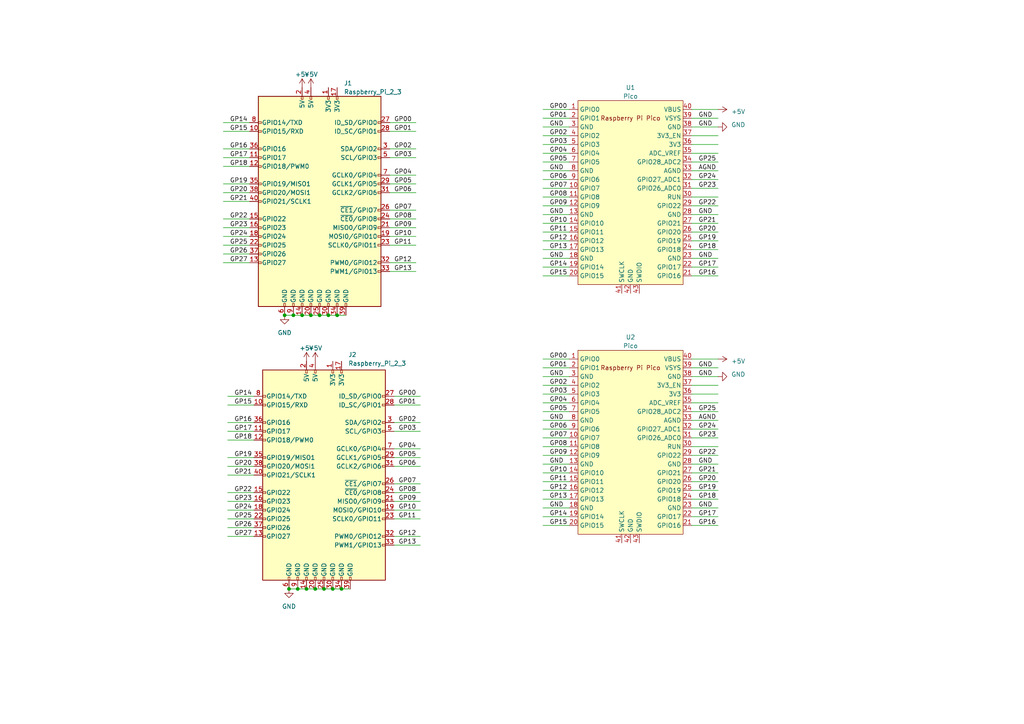
<source format=kicad_sch>
(kicad_sch (version 20230121) (generator eeschema)

  (uuid 8c7e1fa2-cdf9-4adb-a5c5-0f4a15cced9d)

  (paper "A4")

  (lib_symbols
    (symbol "Connector:Raspberry_Pi_2_3" (pin_names (offset 1.016)) (in_bom yes) (on_board yes)
      (property "Reference" "J" (at -17.78 31.75 0)
        (effects (font (size 1.27 1.27)) (justify left bottom))
      )
      (property "Value" "Raspberry_Pi_2_3" (at 10.16 -31.75 0)
        (effects (font (size 1.27 1.27)) (justify left top))
      )
      (property "Footprint" "" (at 0 0 0)
        (effects (font (size 1.27 1.27)) hide)
      )
      (property "Datasheet" "https://www.raspberrypi.org/documentation/hardware/raspberrypi/schematics/rpi_SCH_3bplus_1p0_reduced.pdf" (at 0 0 0)
        (effects (font (size 1.27 1.27)) hide)
      )
      (property "ki_keywords" "raspberrypi gpio" (at 0 0 0)
        (effects (font (size 1.27 1.27)) hide)
      )
      (property "ki_description" "expansion header for Raspberry Pi 2 & 3" (at 0 0 0)
        (effects (font (size 1.27 1.27)) hide)
      )
      (property "ki_fp_filters" "PinHeader*2x20*P2.54mm*Vertical* PinSocket*2x20*P2.54mm*Vertical*" (at 0 0 0)
        (effects (font (size 1.27 1.27)) hide)
      )
      (symbol "Raspberry_Pi_2_3_0_1"
        (rectangle (start -17.78 30.48) (end 17.78 -30.48)
          (stroke (width 0.254) (type default))
          (fill (type background))
        )
      )
      (symbol "Raspberry_Pi_2_3_1_1"
        (rectangle (start -16.891 -17.526) (end -17.78 -18.034)
          (stroke (width 0) (type default))
          (fill (type none))
        )
        (rectangle (start -16.891 -14.986) (end -17.78 -15.494)
          (stroke (width 0) (type default))
          (fill (type none))
        )
        (rectangle (start -16.891 -12.446) (end -17.78 -12.954)
          (stroke (width 0) (type default))
          (fill (type none))
        )
        (rectangle (start -16.891 -9.906) (end -17.78 -10.414)
          (stroke (width 0) (type default))
          (fill (type none))
        )
        (rectangle (start -16.891 -7.366) (end -17.78 -7.874)
          (stroke (width 0) (type default))
          (fill (type none))
        )
        (rectangle (start -16.891 -4.826) (end -17.78 -5.334)
          (stroke (width 0) (type default))
          (fill (type none))
        )
        (rectangle (start -16.891 0.254) (end -17.78 -0.254)
          (stroke (width 0) (type default))
          (fill (type none))
        )
        (rectangle (start -16.891 2.794) (end -17.78 2.286)
          (stroke (width 0) (type default))
          (fill (type none))
        )
        (rectangle (start -16.891 5.334) (end -17.78 4.826)
          (stroke (width 0) (type default))
          (fill (type none))
        )
        (rectangle (start -16.891 10.414) (end -17.78 9.906)
          (stroke (width 0) (type default))
          (fill (type none))
        )
        (rectangle (start -16.891 12.954) (end -17.78 12.446)
          (stroke (width 0) (type default))
          (fill (type none))
        )
        (rectangle (start -16.891 15.494) (end -17.78 14.986)
          (stroke (width 0) (type default))
          (fill (type none))
        )
        (rectangle (start -16.891 20.574) (end -17.78 20.066)
          (stroke (width 0) (type default))
          (fill (type none))
        )
        (rectangle (start -16.891 23.114) (end -17.78 22.606)
          (stroke (width 0) (type default))
          (fill (type none))
        )
        (rectangle (start -10.414 -29.591) (end -9.906 -30.48)
          (stroke (width 0) (type default))
          (fill (type none))
        )
        (rectangle (start -7.874 -29.591) (end -7.366 -30.48)
          (stroke (width 0) (type default))
          (fill (type none))
        )
        (rectangle (start -5.334 -29.591) (end -4.826 -30.48)
          (stroke (width 0) (type default))
          (fill (type none))
        )
        (rectangle (start -5.334 30.48) (end -4.826 29.591)
          (stroke (width 0) (type default))
          (fill (type none))
        )
        (rectangle (start -2.794 -29.591) (end -2.286 -30.48)
          (stroke (width 0) (type default))
          (fill (type none))
        )
        (rectangle (start -2.794 30.48) (end -2.286 29.591)
          (stroke (width 0) (type default))
          (fill (type none))
        )
        (rectangle (start -0.254 -29.591) (end 0.254 -30.48)
          (stroke (width 0) (type default))
          (fill (type none))
        )
        (rectangle (start 2.286 -29.591) (end 2.794 -30.48)
          (stroke (width 0) (type default))
          (fill (type none))
        )
        (rectangle (start 2.286 30.48) (end 2.794 29.591)
          (stroke (width 0) (type default))
          (fill (type none))
        )
        (rectangle (start 4.826 -29.591) (end 5.334 -30.48)
          (stroke (width 0) (type default))
          (fill (type none))
        )
        (rectangle (start 4.826 30.48) (end 5.334 29.591)
          (stroke (width 0) (type default))
          (fill (type none))
        )
        (rectangle (start 7.366 -29.591) (end 7.874 -30.48)
          (stroke (width 0) (type default))
          (fill (type none))
        )
        (rectangle (start 17.78 -20.066) (end 16.891 -20.574)
          (stroke (width 0) (type default))
          (fill (type none))
        )
        (rectangle (start 17.78 -17.526) (end 16.891 -18.034)
          (stroke (width 0) (type default))
          (fill (type none))
        )
        (rectangle (start 17.78 -12.446) (end 16.891 -12.954)
          (stroke (width 0) (type default))
          (fill (type none))
        )
        (rectangle (start 17.78 -9.906) (end 16.891 -10.414)
          (stroke (width 0) (type default))
          (fill (type none))
        )
        (rectangle (start 17.78 -7.366) (end 16.891 -7.874)
          (stroke (width 0) (type default))
          (fill (type none))
        )
        (rectangle (start 17.78 -4.826) (end 16.891 -5.334)
          (stroke (width 0) (type default))
          (fill (type none))
        )
        (rectangle (start 17.78 -2.286) (end 16.891 -2.794)
          (stroke (width 0) (type default))
          (fill (type none))
        )
        (rectangle (start 17.78 2.794) (end 16.891 2.286)
          (stroke (width 0) (type default))
          (fill (type none))
        )
        (rectangle (start 17.78 5.334) (end 16.891 4.826)
          (stroke (width 0) (type default))
          (fill (type none))
        )
        (rectangle (start 17.78 7.874) (end 16.891 7.366)
          (stroke (width 0) (type default))
          (fill (type none))
        )
        (rectangle (start 17.78 12.954) (end 16.891 12.446)
          (stroke (width 0) (type default))
          (fill (type none))
        )
        (rectangle (start 17.78 15.494) (end 16.891 14.986)
          (stroke (width 0) (type default))
          (fill (type none))
        )
        (rectangle (start 17.78 20.574) (end 16.891 20.066)
          (stroke (width 0) (type default))
          (fill (type none))
        )
        (rectangle (start 17.78 23.114) (end 16.891 22.606)
          (stroke (width 0) (type default))
          (fill (type none))
        )
        (pin power_in line (at 2.54 33.02 270) (length 2.54)
          (name "3V3" (effects (font (size 1.27 1.27))))
          (number "1" (effects (font (size 1.27 1.27))))
        )
        (pin bidirectional line (at -20.32 20.32 0) (length 2.54)
          (name "GPIO15/RXD" (effects (font (size 1.27 1.27))))
          (number "10" (effects (font (size 1.27 1.27))))
        )
        (pin bidirectional line (at -20.32 12.7 0) (length 2.54)
          (name "GPIO17" (effects (font (size 1.27 1.27))))
          (number "11" (effects (font (size 1.27 1.27))))
        )
        (pin bidirectional line (at -20.32 10.16 0) (length 2.54)
          (name "GPIO18/PWM0" (effects (font (size 1.27 1.27))))
          (number "12" (effects (font (size 1.27 1.27))))
        )
        (pin bidirectional line (at -20.32 -17.78 0) (length 2.54)
          (name "GPIO27" (effects (font (size 1.27 1.27))))
          (number "13" (effects (font (size 1.27 1.27))))
        )
        (pin power_in line (at -5.08 -33.02 90) (length 2.54)
          (name "GND" (effects (font (size 1.27 1.27))))
          (number "14" (effects (font (size 1.27 1.27))))
        )
        (pin bidirectional line (at -20.32 -5.08 0) (length 2.54)
          (name "GPIO22" (effects (font (size 1.27 1.27))))
          (number "15" (effects (font (size 1.27 1.27))))
        )
        (pin bidirectional line (at -20.32 -7.62 0) (length 2.54)
          (name "GPIO23" (effects (font (size 1.27 1.27))))
          (number "16" (effects (font (size 1.27 1.27))))
        )
        (pin power_in line (at 5.08 33.02 270) (length 2.54)
          (name "3V3" (effects (font (size 1.27 1.27))))
          (number "17" (effects (font (size 1.27 1.27))))
        )
        (pin bidirectional line (at -20.32 -10.16 0) (length 2.54)
          (name "GPIO24" (effects (font (size 1.27 1.27))))
          (number "18" (effects (font (size 1.27 1.27))))
        )
        (pin bidirectional line (at 20.32 -10.16 180) (length 2.54)
          (name "MOSI0/GPIO10" (effects (font (size 1.27 1.27))))
          (number "19" (effects (font (size 1.27 1.27))))
        )
        (pin power_in line (at -5.08 33.02 270) (length 2.54)
          (name "5V" (effects (font (size 1.27 1.27))))
          (number "2" (effects (font (size 1.27 1.27))))
        )
        (pin power_in line (at -2.54 -33.02 90) (length 2.54)
          (name "GND" (effects (font (size 1.27 1.27))))
          (number "20" (effects (font (size 1.27 1.27))))
        )
        (pin bidirectional line (at 20.32 -7.62 180) (length 2.54)
          (name "MISO0/GPIO9" (effects (font (size 1.27 1.27))))
          (number "21" (effects (font (size 1.27 1.27))))
        )
        (pin bidirectional line (at -20.32 -12.7 0) (length 2.54)
          (name "GPIO25" (effects (font (size 1.27 1.27))))
          (number "22" (effects (font (size 1.27 1.27))))
        )
        (pin bidirectional line (at 20.32 -12.7 180) (length 2.54)
          (name "SCLK0/GPIO11" (effects (font (size 1.27 1.27))))
          (number "23" (effects (font (size 1.27 1.27))))
        )
        (pin bidirectional line (at 20.32 -5.08 180) (length 2.54)
          (name "~{CE0}/GPIO8" (effects (font (size 1.27 1.27))))
          (number "24" (effects (font (size 1.27 1.27))))
        )
        (pin power_in line (at 0 -33.02 90) (length 2.54)
          (name "GND" (effects (font (size 1.27 1.27))))
          (number "25" (effects (font (size 1.27 1.27))))
        )
        (pin bidirectional line (at 20.32 -2.54 180) (length 2.54)
          (name "~{CE1}/GPIO7" (effects (font (size 1.27 1.27))))
          (number "26" (effects (font (size 1.27 1.27))))
        )
        (pin bidirectional line (at 20.32 22.86 180) (length 2.54)
          (name "ID_SD/GPIO0" (effects (font (size 1.27 1.27))))
          (number "27" (effects (font (size 1.27 1.27))))
        )
        (pin bidirectional line (at 20.32 20.32 180) (length 2.54)
          (name "ID_SC/GPIO1" (effects (font (size 1.27 1.27))))
          (number "28" (effects (font (size 1.27 1.27))))
        )
        (pin bidirectional line (at 20.32 5.08 180) (length 2.54)
          (name "GCLK1/GPIO5" (effects (font (size 1.27 1.27))))
          (number "29" (effects (font (size 1.27 1.27))))
        )
        (pin bidirectional line (at 20.32 15.24 180) (length 2.54)
          (name "SDA/GPIO2" (effects (font (size 1.27 1.27))))
          (number "3" (effects (font (size 1.27 1.27))))
        )
        (pin power_in line (at 2.54 -33.02 90) (length 2.54)
          (name "GND" (effects (font (size 1.27 1.27))))
          (number "30" (effects (font (size 1.27 1.27))))
        )
        (pin bidirectional line (at 20.32 2.54 180) (length 2.54)
          (name "GCLK2/GPIO6" (effects (font (size 1.27 1.27))))
          (number "31" (effects (font (size 1.27 1.27))))
        )
        (pin bidirectional line (at 20.32 -17.78 180) (length 2.54)
          (name "PWM0/GPIO12" (effects (font (size 1.27 1.27))))
          (number "32" (effects (font (size 1.27 1.27))))
        )
        (pin bidirectional line (at 20.32 -20.32 180) (length 2.54)
          (name "PWM1/GPIO13" (effects (font (size 1.27 1.27))))
          (number "33" (effects (font (size 1.27 1.27))))
        )
        (pin power_in line (at 5.08 -33.02 90) (length 2.54)
          (name "GND" (effects (font (size 1.27 1.27))))
          (number "34" (effects (font (size 1.27 1.27))))
        )
        (pin bidirectional line (at -20.32 5.08 0) (length 2.54)
          (name "GPIO19/MISO1" (effects (font (size 1.27 1.27))))
          (number "35" (effects (font (size 1.27 1.27))))
        )
        (pin bidirectional line (at -20.32 15.24 0) (length 2.54)
          (name "GPIO16" (effects (font (size 1.27 1.27))))
          (number "36" (effects (font (size 1.27 1.27))))
        )
        (pin bidirectional line (at -20.32 -15.24 0) (length 2.54)
          (name "GPIO26" (effects (font (size 1.27 1.27))))
          (number "37" (effects (font (size 1.27 1.27))))
        )
        (pin bidirectional line (at -20.32 2.54 0) (length 2.54)
          (name "GPIO20/MOSI1" (effects (font (size 1.27 1.27))))
          (number "38" (effects (font (size 1.27 1.27))))
        )
        (pin power_in line (at 7.62 -33.02 90) (length 2.54)
          (name "GND" (effects (font (size 1.27 1.27))))
          (number "39" (effects (font (size 1.27 1.27))))
        )
        (pin power_in line (at -2.54 33.02 270) (length 2.54)
          (name "5V" (effects (font (size 1.27 1.27))))
          (number "4" (effects (font (size 1.27 1.27))))
        )
        (pin bidirectional line (at -20.32 0 0) (length 2.54)
          (name "GPIO21/SCLK1" (effects (font (size 1.27 1.27))))
          (number "40" (effects (font (size 1.27 1.27))))
        )
        (pin bidirectional line (at 20.32 12.7 180) (length 2.54)
          (name "SCL/GPIO3" (effects (font (size 1.27 1.27))))
          (number "5" (effects (font (size 1.27 1.27))))
        )
        (pin power_in line (at -10.16 -33.02 90) (length 2.54)
          (name "GND" (effects (font (size 1.27 1.27))))
          (number "6" (effects (font (size 1.27 1.27))))
        )
        (pin bidirectional line (at 20.32 7.62 180) (length 2.54)
          (name "GCLK0/GPIO4" (effects (font (size 1.27 1.27))))
          (number "7" (effects (font (size 1.27 1.27))))
        )
        (pin bidirectional line (at -20.32 22.86 0) (length 2.54)
          (name "GPIO14/TXD" (effects (font (size 1.27 1.27))))
          (number "8" (effects (font (size 1.27 1.27))))
        )
        (pin power_in line (at -7.62 -33.02 90) (length 2.54)
          (name "GND" (effects (font (size 1.27 1.27))))
          (number "9" (effects (font (size 1.27 1.27))))
        )
      )
    )
    (symbol "MCU_RaspberryPi_and_Boards:Pico" (in_bom yes) (on_board yes)
      (property "Reference" "U" (at -13.97 27.94 0)
        (effects (font (size 1.27 1.27)))
      )
      (property "Value" "Pico" (at 0 19.05 0)
        (effects (font (size 1.27 1.27)))
      )
      (property "Footprint" "RPi_Pico:RPi_Pico_SMD_TH" (at 0 0 90)
        (effects (font (size 1.27 1.27)) hide)
      )
      (property "Datasheet" "" (at 0 0 0)
        (effects (font (size 1.27 1.27)) hide)
      )
      (symbol "Pico_0_0"
        (text "Raspberry Pi Pico" (at 0 21.59 0)
          (effects (font (size 1.27 1.27)))
        )
      )
      (symbol "Pico_0_1"
        (rectangle (start -15.24 26.67) (end 15.24 -26.67)
          (stroke (width 0) (type default))
          (fill (type background))
        )
      )
      (symbol "Pico_1_1"
        (pin bidirectional line (at -17.78 24.13 0) (length 2.54)
          (name "GPIO0" (effects (font (size 1.27 1.27))))
          (number "1" (effects (font (size 1.27 1.27))))
        )
        (pin bidirectional line (at -17.78 1.27 0) (length 2.54)
          (name "GPIO7" (effects (font (size 1.27 1.27))))
          (number "10" (effects (font (size 1.27 1.27))))
        )
        (pin bidirectional line (at -17.78 -1.27 0) (length 2.54)
          (name "GPIO8" (effects (font (size 1.27 1.27))))
          (number "11" (effects (font (size 1.27 1.27))))
        )
        (pin bidirectional line (at -17.78 -3.81 0) (length 2.54)
          (name "GPIO9" (effects (font (size 1.27 1.27))))
          (number "12" (effects (font (size 1.27 1.27))))
        )
        (pin power_in line (at -17.78 -6.35 0) (length 2.54)
          (name "GND" (effects (font (size 1.27 1.27))))
          (number "13" (effects (font (size 1.27 1.27))))
        )
        (pin bidirectional line (at -17.78 -8.89 0) (length 2.54)
          (name "GPIO10" (effects (font (size 1.27 1.27))))
          (number "14" (effects (font (size 1.27 1.27))))
        )
        (pin bidirectional line (at -17.78 -11.43 0) (length 2.54)
          (name "GPIO11" (effects (font (size 1.27 1.27))))
          (number "15" (effects (font (size 1.27 1.27))))
        )
        (pin bidirectional line (at -17.78 -13.97 0) (length 2.54)
          (name "GPIO12" (effects (font (size 1.27 1.27))))
          (number "16" (effects (font (size 1.27 1.27))))
        )
        (pin bidirectional line (at -17.78 -16.51 0) (length 2.54)
          (name "GPIO13" (effects (font (size 1.27 1.27))))
          (number "17" (effects (font (size 1.27 1.27))))
        )
        (pin power_in line (at -17.78 -19.05 0) (length 2.54)
          (name "GND" (effects (font (size 1.27 1.27))))
          (number "18" (effects (font (size 1.27 1.27))))
        )
        (pin bidirectional line (at -17.78 -21.59 0) (length 2.54)
          (name "GPIO14" (effects (font (size 1.27 1.27))))
          (number "19" (effects (font (size 1.27 1.27))))
        )
        (pin bidirectional line (at -17.78 21.59 0) (length 2.54)
          (name "GPIO1" (effects (font (size 1.27 1.27))))
          (number "2" (effects (font (size 1.27 1.27))))
        )
        (pin bidirectional line (at -17.78 -24.13 0) (length 2.54)
          (name "GPIO15" (effects (font (size 1.27 1.27))))
          (number "20" (effects (font (size 1.27 1.27))))
        )
        (pin bidirectional line (at 17.78 -24.13 180) (length 2.54)
          (name "GPIO16" (effects (font (size 1.27 1.27))))
          (number "21" (effects (font (size 1.27 1.27))))
        )
        (pin bidirectional line (at 17.78 -21.59 180) (length 2.54)
          (name "GPIO17" (effects (font (size 1.27 1.27))))
          (number "22" (effects (font (size 1.27 1.27))))
        )
        (pin power_in line (at 17.78 -19.05 180) (length 2.54)
          (name "GND" (effects (font (size 1.27 1.27))))
          (number "23" (effects (font (size 1.27 1.27))))
        )
        (pin bidirectional line (at 17.78 -16.51 180) (length 2.54)
          (name "GPIO18" (effects (font (size 1.27 1.27))))
          (number "24" (effects (font (size 1.27 1.27))))
        )
        (pin bidirectional line (at 17.78 -13.97 180) (length 2.54)
          (name "GPIO19" (effects (font (size 1.27 1.27))))
          (number "25" (effects (font (size 1.27 1.27))))
        )
        (pin bidirectional line (at 17.78 -11.43 180) (length 2.54)
          (name "GPIO20" (effects (font (size 1.27 1.27))))
          (number "26" (effects (font (size 1.27 1.27))))
        )
        (pin bidirectional line (at 17.78 -8.89 180) (length 2.54)
          (name "GPIO21" (effects (font (size 1.27 1.27))))
          (number "27" (effects (font (size 1.27 1.27))))
        )
        (pin power_in line (at 17.78 -6.35 180) (length 2.54)
          (name "GND" (effects (font (size 1.27 1.27))))
          (number "28" (effects (font (size 1.27 1.27))))
        )
        (pin bidirectional line (at 17.78 -3.81 180) (length 2.54)
          (name "GPIO22" (effects (font (size 1.27 1.27))))
          (number "29" (effects (font (size 1.27 1.27))))
        )
        (pin power_in line (at -17.78 19.05 0) (length 2.54)
          (name "GND" (effects (font (size 1.27 1.27))))
          (number "3" (effects (font (size 1.27 1.27))))
        )
        (pin input line (at 17.78 -1.27 180) (length 2.54)
          (name "RUN" (effects (font (size 1.27 1.27))))
          (number "30" (effects (font (size 1.27 1.27))))
        )
        (pin bidirectional line (at 17.78 1.27 180) (length 2.54)
          (name "GPIO26_ADC0" (effects (font (size 1.27 1.27))))
          (number "31" (effects (font (size 1.27 1.27))))
        )
        (pin bidirectional line (at 17.78 3.81 180) (length 2.54)
          (name "GPIO27_ADC1" (effects (font (size 1.27 1.27))))
          (number "32" (effects (font (size 1.27 1.27))))
        )
        (pin power_in line (at 17.78 6.35 180) (length 2.54)
          (name "AGND" (effects (font (size 1.27 1.27))))
          (number "33" (effects (font (size 1.27 1.27))))
        )
        (pin bidirectional line (at 17.78 8.89 180) (length 2.54)
          (name "GPIO28_ADC2" (effects (font (size 1.27 1.27))))
          (number "34" (effects (font (size 1.27 1.27))))
        )
        (pin power_in line (at 17.78 11.43 180) (length 2.54)
          (name "ADC_VREF" (effects (font (size 1.27 1.27))))
          (number "35" (effects (font (size 1.27 1.27))))
        )
        (pin power_in line (at 17.78 13.97 180) (length 2.54)
          (name "3V3" (effects (font (size 1.27 1.27))))
          (number "36" (effects (font (size 1.27 1.27))))
        )
        (pin input line (at 17.78 16.51 180) (length 2.54)
          (name "3V3_EN" (effects (font (size 1.27 1.27))))
          (number "37" (effects (font (size 1.27 1.27))))
        )
        (pin bidirectional line (at 17.78 19.05 180) (length 2.54)
          (name "GND" (effects (font (size 1.27 1.27))))
          (number "38" (effects (font (size 1.27 1.27))))
        )
        (pin power_in line (at 17.78 21.59 180) (length 2.54)
          (name "VSYS" (effects (font (size 1.27 1.27))))
          (number "39" (effects (font (size 1.27 1.27))))
        )
        (pin bidirectional line (at -17.78 16.51 0) (length 2.54)
          (name "GPIO2" (effects (font (size 1.27 1.27))))
          (number "4" (effects (font (size 1.27 1.27))))
        )
        (pin power_in line (at 17.78 24.13 180) (length 2.54)
          (name "VBUS" (effects (font (size 1.27 1.27))))
          (number "40" (effects (font (size 1.27 1.27))))
        )
        (pin input line (at -2.54 -29.21 90) (length 2.54)
          (name "SWCLK" (effects (font (size 1.27 1.27))))
          (number "41" (effects (font (size 1.27 1.27))))
        )
        (pin power_in line (at 0 -29.21 90) (length 2.54)
          (name "GND" (effects (font (size 1.27 1.27))))
          (number "42" (effects (font (size 1.27 1.27))))
        )
        (pin bidirectional line (at 2.54 -29.21 90) (length 2.54)
          (name "SWDIO" (effects (font (size 1.27 1.27))))
          (number "43" (effects (font (size 1.27 1.27))))
        )
        (pin bidirectional line (at -17.78 13.97 0) (length 2.54)
          (name "GPIO3" (effects (font (size 1.27 1.27))))
          (number "5" (effects (font (size 1.27 1.27))))
        )
        (pin bidirectional line (at -17.78 11.43 0) (length 2.54)
          (name "GPIO4" (effects (font (size 1.27 1.27))))
          (number "6" (effects (font (size 1.27 1.27))))
        )
        (pin bidirectional line (at -17.78 8.89 0) (length 2.54)
          (name "GPIO5" (effects (font (size 1.27 1.27))))
          (number "7" (effects (font (size 1.27 1.27))))
        )
        (pin power_in line (at -17.78 6.35 0) (length 2.54)
          (name "GND" (effects (font (size 1.27 1.27))))
          (number "8" (effects (font (size 1.27 1.27))))
        )
        (pin bidirectional line (at -17.78 3.81 0) (length 2.54)
          (name "GPIO6" (effects (font (size 1.27 1.27))))
          (number "9" (effects (font (size 1.27 1.27))))
        )
      )
    )
    (symbol "power:+5V" (power) (pin_names (offset 0)) (in_bom yes) (on_board yes)
      (property "Reference" "#PWR" (at 0 -3.81 0)
        (effects (font (size 1.27 1.27)) hide)
      )
      (property "Value" "+5V" (at 0 3.556 0)
        (effects (font (size 1.27 1.27)))
      )
      (property "Footprint" "" (at 0 0 0)
        (effects (font (size 1.27 1.27)) hide)
      )
      (property "Datasheet" "" (at 0 0 0)
        (effects (font (size 1.27 1.27)) hide)
      )
      (property "ki_keywords" "global power" (at 0 0 0)
        (effects (font (size 1.27 1.27)) hide)
      )
      (property "ki_description" "Power symbol creates a global label with name \"+5V\"" (at 0 0 0)
        (effects (font (size 1.27 1.27)) hide)
      )
      (symbol "+5V_0_1"
        (polyline
          (pts
            (xy -0.762 1.27)
            (xy 0 2.54)
          )
          (stroke (width 0) (type default))
          (fill (type none))
        )
        (polyline
          (pts
            (xy 0 0)
            (xy 0 2.54)
          )
          (stroke (width 0) (type default))
          (fill (type none))
        )
        (polyline
          (pts
            (xy 0 2.54)
            (xy 0.762 1.27)
          )
          (stroke (width 0) (type default))
          (fill (type none))
        )
      )
      (symbol "+5V_1_1"
        (pin power_in line (at 0 0 90) (length 0) hide
          (name "+5V" (effects (font (size 1.27 1.27))))
          (number "1" (effects (font (size 1.27 1.27))))
        )
      )
    )
    (symbol "power:GND" (power) (pin_names (offset 0)) (in_bom yes) (on_board yes)
      (property "Reference" "#PWR" (at 0 -6.35 0)
        (effects (font (size 1.27 1.27)) hide)
      )
      (property "Value" "GND" (at 0 -3.81 0)
        (effects (font (size 1.27 1.27)))
      )
      (property "Footprint" "" (at 0 0 0)
        (effects (font (size 1.27 1.27)) hide)
      )
      (property "Datasheet" "" (at 0 0 0)
        (effects (font (size 1.27 1.27)) hide)
      )
      (property "ki_keywords" "global power" (at 0 0 0)
        (effects (font (size 1.27 1.27)) hide)
      )
      (property "ki_description" "Power symbol creates a global label with name \"GND\" , ground" (at 0 0 0)
        (effects (font (size 1.27 1.27)) hide)
      )
      (symbol "GND_0_1"
        (polyline
          (pts
            (xy 0 0)
            (xy 0 -1.27)
            (xy 1.27 -1.27)
            (xy 0 -2.54)
            (xy -1.27 -1.27)
            (xy 0 -1.27)
          )
          (stroke (width 0) (type default))
          (fill (type none))
        )
      )
      (symbol "GND_1_1"
        (pin power_in line (at 0 0 270) (length 0) hide
          (name "GND" (effects (font (size 1.27 1.27))))
          (number "1" (effects (font (size 1.27 1.27))))
        )
      )
    )
  )

  (junction (at 92.71 91.44) (diameter 0) (color 0 0 0 0)
    (uuid 12f387e1-47ba-426b-b548-6f0fcf1ec94b)
  )
  (junction (at 93.98 170.815) (diameter 0) (color 0 0 0 0)
    (uuid 2fe347df-b0c0-4783-92d8-e84978ae802c)
  )
  (junction (at 82.55 91.44) (diameter 0) (color 0 0 0 0)
    (uuid 398b7db1-6ba0-4311-aa53-8a6feb35a708)
  )
  (junction (at 86.36 170.815) (diameter 0) (color 0 0 0 0)
    (uuid 3b7c175a-0187-4600-abc0-a7b68ff637ac)
  )
  (junction (at 99.06 170.815) (diameter 0) (color 0 0 0 0)
    (uuid 51336f0d-9ace-4fa4-a20e-f483e2ba1448)
  )
  (junction (at 88.9 170.815) (diameter 0) (color 0 0 0 0)
    (uuid 71f00510-9aa4-4844-a051-23b9f0787f75)
  )
  (junction (at 83.82 170.815) (diameter 0) (color 0 0 0 0)
    (uuid 76076994-618b-458e-ba29-072be123f697)
  )
  (junction (at 97.79 91.44) (diameter 0) (color 0 0 0 0)
    (uuid 8fe093e0-c1c5-4724-99f3-22020a931390)
  )
  (junction (at 87.63 91.44) (diameter 0) (color 0 0 0 0)
    (uuid d3d7ea17-9997-4216-b9f6-fd31c25beb64)
  )
  (junction (at 95.25 91.44) (diameter 0) (color 0 0 0 0)
    (uuid d8b456b8-3cf9-4dbf-a9b5-f740ad8f35dc)
  )
  (junction (at 85.09 91.44) (diameter 0) (color 0 0 0 0)
    (uuid f5778b46-060e-4e7a-b335-29c0b119efc9)
  )
  (junction (at 91.44 170.815) (diameter 0) (color 0 0 0 0)
    (uuid f73ccf7e-7e28-49d4-9e4d-ff9ad640c553)
  )
  (junction (at 96.52 170.815) (diameter 0) (color 0 0 0 0)
    (uuid fdcb4ca0-b0c6-4f60-9788-de2ca5110715)
  )
  (junction (at 90.17 91.44) (diameter 0) (color 0 0 0 0)
    (uuid feea1fdb-bc0f-4155-b87e-e39c3aa83103)
  )

  (wire (pts (xy 64.77 63.5) (xy 72.39 63.5))
    (stroke (width 0) (type default))
    (uuid 017e03f4-96cd-443d-8d0c-a7bee6feab87)
  )
  (wire (pts (xy 113.03 60.96) (xy 120.65 60.96))
    (stroke (width 0) (type default))
    (uuid 02ffd0de-ce66-46ab-8c66-8c8de2f41f93)
  )
  (wire (pts (xy 114.3 142.875) (xy 121.92 142.875))
    (stroke (width 0) (type default))
    (uuid 035f8ebd-5b99-4168-8f29-8625045cc767)
  )
  (wire (pts (xy 113.03 43.18) (xy 120.65 43.18))
    (stroke (width 0) (type default))
    (uuid 04245f23-0493-4b2a-a26e-e7d89c5a0d88)
  )
  (wire (pts (xy 200.66 34.29) (xy 208.28 34.29))
    (stroke (width 0) (type default))
    (uuid 06f84134-44f1-429e-ae71-4dbdb728ecb9)
  )
  (wire (pts (xy 157.48 109.22) (xy 165.1 109.22))
    (stroke (width 0) (type default))
    (uuid 09884a6f-c923-4202-ac92-fe5ad332b1d6)
  )
  (wire (pts (xy 200.66 69.85) (xy 208.28 69.85))
    (stroke (width 0) (type default))
    (uuid 0a541f16-2c9a-42e1-92bf-21530f07ae6f)
  )
  (wire (pts (xy 200.66 31.75) (xy 208.28 31.75))
    (stroke (width 0) (type default))
    (uuid 0e775ca7-21ae-4858-8967-9ab444e90093)
  )
  (wire (pts (xy 200.66 116.84) (xy 208.28 116.84))
    (stroke (width 0) (type default))
    (uuid 1029e854-9ece-4398-a321-f6c8e86b8a82)
  )
  (wire (pts (xy 157.48 59.69) (xy 165.1 59.69))
    (stroke (width 0) (type default))
    (uuid 13c67a96-7491-4526-9c30-816886bb2050)
  )
  (wire (pts (xy 64.77 68.58) (xy 72.39 68.58))
    (stroke (width 0) (type default))
    (uuid 151af1bb-b267-4623-82ed-a319e95ae2ff)
  )
  (wire (pts (xy 200.66 139.7) (xy 208.28 139.7))
    (stroke (width 0) (type default))
    (uuid 18e5fa0e-ece4-493e-acea-cd097261f080)
  )
  (wire (pts (xy 157.48 31.75) (xy 165.1 31.75))
    (stroke (width 0) (type default))
    (uuid 1a978688-ee2c-4bf9-ab25-9a5a85dc68ce)
  )
  (wire (pts (xy 113.03 63.5) (xy 120.65 63.5))
    (stroke (width 0) (type default))
    (uuid 1c3e88c9-c1a5-4b7f-872a-128d07f08c58)
  )
  (wire (pts (xy 114.3 147.955) (xy 121.92 147.955))
    (stroke (width 0) (type default))
    (uuid 1ccec6ec-ffc9-4f66-aa41-439d85f27afb)
  )
  (wire (pts (xy 114.3 132.715) (xy 121.92 132.715))
    (stroke (width 0) (type default))
    (uuid 1f53bfe0-d0b5-472c-a991-044ef7fcee80)
  )
  (wire (pts (xy 200.66 144.78) (xy 208.28 144.78))
    (stroke (width 0) (type default))
    (uuid 2078ea4d-93de-4ac7-8439-af3646148dfa)
  )
  (wire (pts (xy 91.44 170.815) (xy 93.98 170.815))
    (stroke (width 0) (type default))
    (uuid 222bdc2e-28ca-48e3-8934-c71f760b69c5)
  )
  (wire (pts (xy 85.09 91.44) (xy 87.63 91.44))
    (stroke (width 0) (type default))
    (uuid 243b993a-2658-4ce0-8213-d7cd62870ddd)
  )
  (wire (pts (xy 200.66 109.22) (xy 208.28 109.22))
    (stroke (width 0) (type default))
    (uuid 291526d4-99ef-43aa-ac9c-1f1493f64d69)
  )
  (wire (pts (xy 157.48 134.62) (xy 165.1 134.62))
    (stroke (width 0) (type default))
    (uuid 2961094d-ae8d-455f-94ce-e323408a5075)
  )
  (wire (pts (xy 64.77 45.72) (xy 72.39 45.72))
    (stroke (width 0) (type default))
    (uuid 2a478037-c421-4663-a97b-8bc7e6c62946)
  )
  (wire (pts (xy 200.66 49.53) (xy 208.28 49.53))
    (stroke (width 0) (type default))
    (uuid 2bf1d255-fee4-4b95-94f8-e0c8442db269)
  )
  (wire (pts (xy 95.25 91.44) (xy 97.79 91.44))
    (stroke (width 0) (type default))
    (uuid 2fb8b358-c73f-4511-bc07-f2edaf7292ce)
  )
  (wire (pts (xy 66.04 125.095) (xy 73.66 125.095))
    (stroke (width 0) (type default))
    (uuid 30beff44-14aa-462d-ad18-4c19df39fb82)
  )
  (wire (pts (xy 200.66 41.91) (xy 208.28 41.91))
    (stroke (width 0) (type default))
    (uuid 343212e8-d129-4bba-9f0d-704ee9ec71ec)
  )
  (wire (pts (xy 66.04 145.415) (xy 73.66 145.415))
    (stroke (width 0) (type default))
    (uuid 3823a175-babc-4d30-af6d-efec21c75449)
  )
  (wire (pts (xy 157.48 67.31) (xy 165.1 67.31))
    (stroke (width 0) (type default))
    (uuid 39a1a695-836c-4d29-aac1-4810b68c236f)
  )
  (wire (pts (xy 113.03 66.04) (xy 120.65 66.04))
    (stroke (width 0) (type default))
    (uuid 3b361254-0ded-4f2d-8c9c-2984707c14ce)
  )
  (wire (pts (xy 157.48 80.01) (xy 165.1 80.01))
    (stroke (width 0) (type default))
    (uuid 3c251820-8f9b-4e2a-b2ff-b61521d44241)
  )
  (wire (pts (xy 200.66 149.86) (xy 208.28 149.86))
    (stroke (width 0) (type default))
    (uuid 3f121452-6586-442b-9be0-ba65ee0bfdbc)
  )
  (wire (pts (xy 114.3 155.575) (xy 121.92 155.575))
    (stroke (width 0) (type default))
    (uuid 3f54e93c-fffe-4c5f-8771-eaf7d8f12610)
  )
  (wire (pts (xy 113.03 38.1) (xy 120.65 38.1))
    (stroke (width 0) (type default))
    (uuid 3f721369-a30e-4edf-99bb-9dbb0ac5c442)
  )
  (wire (pts (xy 157.48 147.32) (xy 165.1 147.32))
    (stroke (width 0) (type default))
    (uuid 404609a8-943b-4e6b-b137-e84f1945af38)
  )
  (wire (pts (xy 157.48 129.54) (xy 165.1 129.54))
    (stroke (width 0) (type default))
    (uuid 461166cc-b807-4fe8-85db-09859b853215)
  )
  (wire (pts (xy 114.3 158.115) (xy 121.92 158.115))
    (stroke (width 0) (type default))
    (uuid 4880059c-96e1-4460-90d9-29b2163f5098)
  )
  (wire (pts (xy 157.48 149.86) (xy 165.1 149.86))
    (stroke (width 0) (type default))
    (uuid 4ddb432b-9f4d-4a3c-8fc8-94e088b895da)
  )
  (wire (pts (xy 157.48 69.85) (xy 165.1 69.85))
    (stroke (width 0) (type default))
    (uuid 4e8e5b21-e87f-4438-9d51-12729f2d3202)
  )
  (wire (pts (xy 64.77 58.42) (xy 72.39 58.42))
    (stroke (width 0) (type default))
    (uuid 50fce21f-bdf1-4674-9e1d-905814121451)
  )
  (wire (pts (xy 114.3 145.415) (xy 121.92 145.415))
    (stroke (width 0) (type default))
    (uuid 51180b0c-6164-47f3-b608-01066197bcb9)
  )
  (wire (pts (xy 114.3 140.335) (xy 121.92 140.335))
    (stroke (width 0) (type default))
    (uuid 51546a7f-a2bb-48cd-bf90-0b51446291f2)
  )
  (wire (pts (xy 66.04 153.035) (xy 73.66 153.035))
    (stroke (width 0) (type default))
    (uuid 5357bff4-d316-407b-8a87-6ad76ea03d62)
  )
  (wire (pts (xy 113.03 71.12) (xy 120.65 71.12))
    (stroke (width 0) (type default))
    (uuid 557eda59-86a2-4b6e-835b-0d69a8b91c4d)
  )
  (wire (pts (xy 114.3 117.475) (xy 121.92 117.475))
    (stroke (width 0) (type default))
    (uuid 56ba8223-52ba-4567-9ef8-8b61966b6516)
  )
  (wire (pts (xy 157.48 111.76) (xy 165.1 111.76))
    (stroke (width 0) (type default))
    (uuid 5722caa1-2a03-455a-902c-df9840a0e3fc)
  )
  (wire (pts (xy 113.03 50.8) (xy 120.65 50.8))
    (stroke (width 0) (type default))
    (uuid 573f18df-5d67-4562-b4b1-2c460a4ac522)
  )
  (wire (pts (xy 113.03 35.56) (xy 120.65 35.56))
    (stroke (width 0) (type default))
    (uuid 5914dcda-f0f6-4512-aef1-a892304ecc37)
  )
  (wire (pts (xy 157.48 36.83) (xy 165.1 36.83))
    (stroke (width 0) (type default))
    (uuid 591a0c61-403f-4bb7-b7ef-b9ad0b7dbf88)
  )
  (wire (pts (xy 64.77 38.1) (xy 72.39 38.1))
    (stroke (width 0) (type default))
    (uuid 5a76a736-6225-407e-9139-e57261f00d93)
  )
  (wire (pts (xy 200.66 64.77) (xy 208.28 64.77))
    (stroke (width 0) (type default))
    (uuid 605e9e74-42a7-4afb-a404-bf0ec8d585b2)
  )
  (wire (pts (xy 114.3 122.555) (xy 121.92 122.555))
    (stroke (width 0) (type default))
    (uuid 636ad9d0-a5d6-43fb-b64c-bbbbe94eb15f)
  )
  (wire (pts (xy 157.48 121.92) (xy 165.1 121.92))
    (stroke (width 0) (type default))
    (uuid 6a063e0a-046d-464b-b9b4-72a22f99ee9b)
  )
  (wire (pts (xy 64.77 55.88) (xy 72.39 55.88))
    (stroke (width 0) (type default))
    (uuid 6a48111e-32b4-46d8-96ae-19cd8e748000)
  )
  (wire (pts (xy 113.03 55.88) (xy 120.65 55.88))
    (stroke (width 0) (type default))
    (uuid 6b71bade-7b62-4936-a7ff-29859a6b62b6)
  )
  (wire (pts (xy 82.55 91.44) (xy 85.09 91.44))
    (stroke (width 0) (type default))
    (uuid 6b91574f-409b-4a30-b627-46a42cff551b)
  )
  (wire (pts (xy 157.48 132.08) (xy 165.1 132.08))
    (stroke (width 0) (type default))
    (uuid 7155cb20-91d4-459f-a33c-e7f90b2f9613)
  )
  (wire (pts (xy 88.9 170.815) (xy 91.44 170.815))
    (stroke (width 0) (type default))
    (uuid 71cfa947-e3af-462c-b9c2-86280e3e6f35)
  )
  (wire (pts (xy 66.04 127.635) (xy 73.66 127.635))
    (stroke (width 0) (type default))
    (uuid 73b0330c-89db-49c9-b2b6-010adaeafd8d)
  )
  (wire (pts (xy 64.77 43.18) (xy 72.39 43.18))
    (stroke (width 0) (type default))
    (uuid 7514cd8d-d6a9-4541-91aa-0c73a7064629)
  )
  (wire (pts (xy 66.04 150.495) (xy 73.66 150.495))
    (stroke (width 0) (type default))
    (uuid 752c6fec-6246-4414-9dc5-421d7a275559)
  )
  (wire (pts (xy 113.03 68.58) (xy 120.65 68.58))
    (stroke (width 0) (type default))
    (uuid 75738856-6404-4bb3-bd33-6d8ed20954c7)
  )
  (wire (pts (xy 157.48 104.14) (xy 165.1 104.14))
    (stroke (width 0) (type default))
    (uuid 75c770c8-d16b-45f1-afa4-56463a569135)
  )
  (wire (pts (xy 200.66 36.83) (xy 208.28 36.83))
    (stroke (width 0) (type default))
    (uuid 7635ee4a-9495-4bb6-bbd2-9784e486c9d8)
  )
  (wire (pts (xy 64.77 48.26) (xy 72.39 48.26))
    (stroke (width 0) (type default))
    (uuid 78463ce7-2d33-4a23-b999-eb85a74bf4d6)
  )
  (wire (pts (xy 97.79 91.44) (xy 100.33 91.44))
    (stroke (width 0) (type default))
    (uuid 7ac27487-2209-4fec-af8f-d8e245420cf8)
  )
  (wire (pts (xy 200.66 152.4) (xy 208.28 152.4))
    (stroke (width 0) (type default))
    (uuid 7b763915-0073-4c15-9544-0b05bf77180e)
  )
  (wire (pts (xy 66.04 155.575) (xy 73.66 155.575))
    (stroke (width 0) (type default))
    (uuid 7c03378b-7b84-4d12-8929-469f0696b5b1)
  )
  (wire (pts (xy 200.66 80.01) (xy 208.28 80.01))
    (stroke (width 0) (type default))
    (uuid 7c3b443d-2f81-45cc-9369-3af26e20cfe2)
  )
  (wire (pts (xy 200.66 67.31) (xy 208.28 67.31))
    (stroke (width 0) (type default))
    (uuid 7df26ffb-3440-47ee-b457-f122dbd4c834)
  )
  (wire (pts (xy 66.04 122.555) (xy 73.66 122.555))
    (stroke (width 0) (type default))
    (uuid 80d00d65-7ff3-4223-ac33-5eeb0a2c1cd7)
  )
  (wire (pts (xy 64.77 76.2) (xy 72.39 76.2))
    (stroke (width 0) (type default))
    (uuid 84ec1d6b-e9f5-434f-9f20-f0c07eed248f)
  )
  (wire (pts (xy 114.3 150.495) (xy 121.92 150.495))
    (stroke (width 0) (type default))
    (uuid 87c7f378-55a6-48a0-965d-c76d10aabdea)
  )
  (wire (pts (xy 200.66 132.08) (xy 208.28 132.08))
    (stroke (width 0) (type default))
    (uuid 88b8bfa3-950b-4f80-ba70-8532edaf414f)
  )
  (wire (pts (xy 66.04 147.955) (xy 73.66 147.955))
    (stroke (width 0) (type default))
    (uuid 8a45bf1a-08c6-4b62-a188-6ffe7ddf96ab)
  )
  (wire (pts (xy 113.03 78.74) (xy 120.65 78.74))
    (stroke (width 0) (type default))
    (uuid 8adcb955-5598-4ac8-8fb0-15b03d011fef)
  )
  (wire (pts (xy 200.66 114.3) (xy 208.28 114.3))
    (stroke (width 0) (type default))
    (uuid 8c6e49dc-7fcc-49dd-90c0-f06cbf109e10)
  )
  (wire (pts (xy 200.66 77.47) (xy 208.28 77.47))
    (stroke (width 0) (type default))
    (uuid 8cc3624f-216e-4d1f-8650-fb5ef844f1d2)
  )
  (wire (pts (xy 114.3 135.255) (xy 121.92 135.255))
    (stroke (width 0) (type default))
    (uuid 8fed0538-25fa-42fd-bd14-d4deedd66f40)
  )
  (wire (pts (xy 200.66 54.61) (xy 208.28 54.61))
    (stroke (width 0) (type default))
    (uuid 9008a177-c523-4e15-bf6f-f59d4c14f08a)
  )
  (wire (pts (xy 200.66 134.62) (xy 208.28 134.62))
    (stroke (width 0) (type default))
    (uuid 91ddc0da-9101-4e38-b4c4-3f9efcd2fcd6)
  )
  (wire (pts (xy 66.04 142.875) (xy 73.66 142.875))
    (stroke (width 0) (type default))
    (uuid 93c3eaa2-acc0-404e-96ac-28efef273f18)
  )
  (wire (pts (xy 200.66 124.46) (xy 208.28 124.46))
    (stroke (width 0) (type default))
    (uuid 9475d746-5749-4234-93ed-1cd933f6b7ad)
  )
  (wire (pts (xy 157.48 72.39) (xy 165.1 72.39))
    (stroke (width 0) (type default))
    (uuid 9a08e4a6-c6f0-4052-a2cd-5e58dea41cdc)
  )
  (wire (pts (xy 114.3 130.175) (xy 121.92 130.175))
    (stroke (width 0) (type default))
    (uuid 9c0d83b7-b1d9-446d-89e4-c15acfd3d64e)
  )
  (wire (pts (xy 200.66 57.15) (xy 208.28 57.15))
    (stroke (width 0) (type default))
    (uuid 9cca54c7-32a4-4532-a59b-cc6fedb41f3c)
  )
  (wire (pts (xy 200.66 111.76) (xy 208.28 111.76))
    (stroke (width 0) (type default))
    (uuid 9d02f3f9-4120-4582-9772-df2db754fffa)
  )
  (wire (pts (xy 64.77 53.34) (xy 72.39 53.34))
    (stroke (width 0) (type default))
    (uuid 9e5df710-f4c3-4cb3-9ea7-e678fa44887e)
  )
  (wire (pts (xy 157.48 77.47) (xy 165.1 77.47))
    (stroke (width 0) (type default))
    (uuid 9eff26d1-3a30-444f-8cc0-11e28258868d)
  )
  (wire (pts (xy 157.48 119.38) (xy 165.1 119.38))
    (stroke (width 0) (type default))
    (uuid 9f50d561-0b3c-4d26-93f8-d45f918e20af)
  )
  (wire (pts (xy 157.48 44.45) (xy 165.1 44.45))
    (stroke (width 0) (type default))
    (uuid a010557b-513d-4440-8100-efeb58d898e9)
  )
  (wire (pts (xy 200.66 142.24) (xy 208.28 142.24))
    (stroke (width 0) (type default))
    (uuid a098b7b0-0872-465d-8eab-6967df542e9f)
  )
  (wire (pts (xy 200.66 72.39) (xy 208.28 72.39))
    (stroke (width 0) (type default))
    (uuid a10169e2-8191-4727-b493-aac7e7099060)
  )
  (wire (pts (xy 157.48 62.23) (xy 165.1 62.23))
    (stroke (width 0) (type default))
    (uuid a12812c5-9cff-4abc-a48d-99e6c5dce7fb)
  )
  (wire (pts (xy 157.48 137.16) (xy 165.1 137.16))
    (stroke (width 0) (type default))
    (uuid a343a920-99be-4c21-97ef-bd8e7bd4b292)
  )
  (wire (pts (xy 157.48 124.46) (xy 165.1 124.46))
    (stroke (width 0) (type default))
    (uuid a71d0e51-88cc-42ff-b8b5-67b1dcb01bb7)
  )
  (wire (pts (xy 157.48 46.99) (xy 165.1 46.99))
    (stroke (width 0) (type default))
    (uuid a8f7d82d-09c3-46be-bb8f-d1f8b872243a)
  )
  (wire (pts (xy 114.3 114.935) (xy 121.92 114.935))
    (stroke (width 0) (type default))
    (uuid ac29512a-3bb7-4504-a3bb-fa479452b350)
  )
  (wire (pts (xy 200.66 106.68) (xy 208.28 106.68))
    (stroke (width 0) (type default))
    (uuid af7ba09c-c370-4142-8b53-77bd8462f89d)
  )
  (wire (pts (xy 200.66 44.45) (xy 208.28 44.45))
    (stroke (width 0) (type default))
    (uuid b1b7a03d-b3dd-424a-bfb3-c2729e112cd9)
  )
  (wire (pts (xy 87.63 91.44) (xy 90.17 91.44))
    (stroke (width 0) (type default))
    (uuid b470e95c-0972-491c-8136-5c9d2453b171)
  )
  (wire (pts (xy 157.48 34.29) (xy 165.1 34.29))
    (stroke (width 0) (type default))
    (uuid b49c267e-53ea-4e23-8bbf-1dd215cf0b29)
  )
  (wire (pts (xy 66.04 117.475) (xy 73.66 117.475))
    (stroke (width 0) (type default))
    (uuid b60474d3-ff0e-4249-b3bb-c472892cea1c)
  )
  (wire (pts (xy 200.66 147.32) (xy 208.28 147.32))
    (stroke (width 0) (type default))
    (uuid b86ac09b-0823-487f-8cbd-30bf61d15e9d)
  )
  (wire (pts (xy 90.17 91.44) (xy 92.71 91.44))
    (stroke (width 0) (type default))
    (uuid ba119c83-4ebf-4ff7-a5b2-db05d37e09ae)
  )
  (wire (pts (xy 200.66 52.07) (xy 208.28 52.07))
    (stroke (width 0) (type default))
    (uuid bcf487d7-f2ef-44bf-946d-88fefeb85f26)
  )
  (wire (pts (xy 157.48 144.78) (xy 165.1 144.78))
    (stroke (width 0) (type default))
    (uuid bf42dba4-480e-46f2-8dde-47e73820154b)
  )
  (wire (pts (xy 157.48 127) (xy 165.1 127))
    (stroke (width 0) (type default))
    (uuid bfd29760-c1af-4214-8f45-34d070084ce0)
  )
  (wire (pts (xy 64.77 35.56) (xy 72.39 35.56))
    (stroke (width 0) (type default))
    (uuid c091a6d9-1f02-495c-9de9-9b037dd089b3)
  )
  (wire (pts (xy 83.82 170.815) (xy 86.36 170.815))
    (stroke (width 0) (type default))
    (uuid c1290767-ec16-4cc2-880f-e188b8b517f2)
  )
  (wire (pts (xy 157.48 142.24) (xy 165.1 142.24))
    (stroke (width 0) (type default))
    (uuid c176cdb8-4f17-4274-b6ec-54f81ef55452)
  )
  (wire (pts (xy 200.66 127) (xy 208.28 127))
    (stroke (width 0) (type default))
    (uuid c1cb8b52-597e-4a9e-9bb9-6f7082de2989)
  )
  (wire (pts (xy 113.03 76.2) (xy 120.65 76.2))
    (stroke (width 0) (type default))
    (uuid c398abdc-9a94-492a-a291-92e38d760a78)
  )
  (wire (pts (xy 200.66 46.99) (xy 208.28 46.99))
    (stroke (width 0) (type default))
    (uuid c7073d22-b5ca-44f7-92fe-46dbcdbe7357)
  )
  (wire (pts (xy 66.04 137.795) (xy 73.66 137.795))
    (stroke (width 0) (type default))
    (uuid ce52f797-f723-4bbc-8903-9b378a57ff5d)
  )
  (wire (pts (xy 200.66 74.93) (xy 208.28 74.93))
    (stroke (width 0) (type default))
    (uuid ce7c67e0-ef9d-4857-9ccd-7b2dbe23ba5e)
  )
  (wire (pts (xy 200.66 59.69) (xy 208.28 59.69))
    (stroke (width 0) (type default))
    (uuid ce9c127e-4621-4d0d-a498-2df10fc22501)
  )
  (wire (pts (xy 157.48 41.91) (xy 165.1 41.91))
    (stroke (width 0) (type default))
    (uuid d00cce3f-a6c7-433c-8453-8e66ec9c7f30)
  )
  (wire (pts (xy 200.66 129.54) (xy 208.28 129.54))
    (stroke (width 0) (type default))
    (uuid d1bb83a5-512d-4d45-abe1-b3fe7c88430b)
  )
  (wire (pts (xy 157.48 49.53) (xy 165.1 49.53))
    (stroke (width 0) (type default))
    (uuid d1f6d309-5e7b-4c63-b35f-b1bb27968665)
  )
  (wire (pts (xy 157.48 64.77) (xy 165.1 64.77))
    (stroke (width 0) (type default))
    (uuid d2e1f71b-1cd5-4869-9873-600a82968626)
  )
  (wire (pts (xy 157.48 152.4) (xy 165.1 152.4))
    (stroke (width 0) (type default))
    (uuid d723fede-585b-4f5d-9de7-fbbd7504c39c)
  )
  (wire (pts (xy 200.66 104.14) (xy 208.28 104.14))
    (stroke (width 0) (type default))
    (uuid d7c4d498-e807-463d-a6ef-628f125731ee)
  )
  (wire (pts (xy 64.77 73.66) (xy 72.39 73.66))
    (stroke (width 0) (type default))
    (uuid d824e735-a9dc-42ca-aa12-a646045b2d3f)
  )
  (wire (pts (xy 93.98 170.815) (xy 96.52 170.815))
    (stroke (width 0) (type default))
    (uuid d91077d4-5121-4417-a9d2-d8aae95a8027)
  )
  (wire (pts (xy 200.66 62.23) (xy 208.28 62.23))
    (stroke (width 0) (type default))
    (uuid dd5760c6-6772-49ae-96f7-2fe591b47d0e)
  )
  (wire (pts (xy 157.48 106.68) (xy 165.1 106.68))
    (stroke (width 0) (type default))
    (uuid dd58ba7b-6630-457d-a1cb-d640b5fed221)
  )
  (wire (pts (xy 66.04 114.935) (xy 73.66 114.935))
    (stroke (width 0) (type default))
    (uuid deb08d3b-e1d2-4f88-a6a5-1196d48e91f7)
  )
  (wire (pts (xy 92.71 91.44) (xy 95.25 91.44))
    (stroke (width 0) (type default))
    (uuid e02efd95-b650-4884-8fad-6e345c62b69c)
  )
  (wire (pts (xy 86.36 170.815) (xy 88.9 170.815))
    (stroke (width 0) (type default))
    (uuid e2c1a775-de9f-484f-9397-872f97ee7c0b)
  )
  (wire (pts (xy 66.04 135.255) (xy 73.66 135.255))
    (stroke (width 0) (type default))
    (uuid e2d572c0-311f-490c-bdf8-c83b28de3a38)
  )
  (wire (pts (xy 157.48 39.37) (xy 165.1 39.37))
    (stroke (width 0) (type default))
    (uuid e34ed7df-e5bd-4241-95a8-0001ccb51ad9)
  )
  (wire (pts (xy 157.48 74.93) (xy 165.1 74.93))
    (stroke (width 0) (type default))
    (uuid e39b77c5-2df2-4c8a-af0d-abf65af6cfbb)
  )
  (wire (pts (xy 64.77 66.04) (xy 72.39 66.04))
    (stroke (width 0) (type default))
    (uuid e6473128-f9d4-4cf4-98bc-e932cc3d6ba4)
  )
  (wire (pts (xy 114.3 125.095) (xy 121.92 125.095))
    (stroke (width 0) (type default))
    (uuid ea6dc641-f3fe-4646-9c8a-99e5ab215cf8)
  )
  (wire (pts (xy 157.48 54.61) (xy 165.1 54.61))
    (stroke (width 0) (type default))
    (uuid ec781ede-13e8-411c-946f-10fe74efb23f)
  )
  (wire (pts (xy 157.48 114.3) (xy 165.1 114.3))
    (stroke (width 0) (type default))
    (uuid eef05197-cab7-4635-9221-9ba56aeff90d)
  )
  (wire (pts (xy 66.04 132.715) (xy 73.66 132.715))
    (stroke (width 0) (type default))
    (uuid eef34b08-8dfe-483e-b325-b3a73ca39089)
  )
  (wire (pts (xy 96.52 170.815) (xy 99.06 170.815))
    (stroke (width 0) (type default))
    (uuid f1671be0-8958-46ba-a066-70b5f29dc61b)
  )
  (wire (pts (xy 157.48 116.84) (xy 165.1 116.84))
    (stroke (width 0) (type default))
    (uuid f1a0a036-da18-4bbe-946c-d3e89d5e3665)
  )
  (wire (pts (xy 200.66 137.16) (xy 208.28 137.16))
    (stroke (width 0) (type default))
    (uuid f2727345-9380-4233-aacc-c8693a85e890)
  )
  (wire (pts (xy 64.77 71.12) (xy 72.39 71.12))
    (stroke (width 0) (type default))
    (uuid f32d18c4-470a-4e71-a7ae-1757562660e9)
  )
  (wire (pts (xy 200.66 121.92) (xy 208.28 121.92))
    (stroke (width 0) (type default))
    (uuid f5cb7152-2649-422f-b9c9-b2137be43e4e)
  )
  (wire (pts (xy 157.48 52.07) (xy 165.1 52.07))
    (stroke (width 0) (type default))
    (uuid f68679e8-7cc1-4959-a581-8ab5436449c9)
  )
  (wire (pts (xy 113.03 45.72) (xy 120.65 45.72))
    (stroke (width 0) (type default))
    (uuid f6e3baad-719d-4b65-94c3-80a477a524ef)
  )
  (wire (pts (xy 157.48 57.15) (xy 165.1 57.15))
    (stroke (width 0) (type default))
    (uuid f6eb1ee8-be6b-46cf-8dce-43e134183ba4)
  )
  (wire (pts (xy 99.06 170.815) (xy 101.6 170.815))
    (stroke (width 0) (type default))
    (uuid f6faee52-3cd0-427f-81b3-3954a426122f)
  )
  (wire (pts (xy 200.66 119.38) (xy 208.28 119.38))
    (stroke (width 0) (type default))
    (uuid f8ef2073-d305-4bdc-8f86-7c462c2226fc)
  )
  (wire (pts (xy 113.03 53.34) (xy 120.65 53.34))
    (stroke (width 0) (type default))
    (uuid f915c31f-5d92-4c22-b66d-bf9cb546493d)
  )
  (wire (pts (xy 200.66 39.37) (xy 208.28 39.37))
    (stroke (width 0) (type default))
    (uuid faed1ef6-2ec8-4907-be9e-96d2864de479)
  )
  (wire (pts (xy 157.48 139.7) (xy 165.1 139.7))
    (stroke (width 0) (type default))
    (uuid ff9f6c54-bec8-467d-865e-d26713f4a731)
  )

  (label "GP19" (at 202.565 69.85 0) (fields_autoplaced)
    (effects (font (size 1.27 1.27)) (justify left bottom))
    (uuid 037fbb29-07b5-4a38-91d7-d07f40ffdceb)
  )
  (label "GP19" (at 67.945 132.715 0) (fields_autoplaced)
    (effects (font (size 1.27 1.27)) (justify left bottom))
    (uuid 05a41f80-3695-4281-a60a-0a4213c3271b)
  )
  (label "GP01" (at 159.385 106.68 0) (fields_autoplaced)
    (effects (font (size 1.27 1.27)) (justify left bottom))
    (uuid 05a697a3-d6cc-40c4-8111-5cc1bff296f4)
  )
  (label "GP25" (at 67.945 150.495 0) (fields_autoplaced)
    (effects (font (size 1.27 1.27)) (justify left bottom))
    (uuid 07a1e6dd-5964-4e76-8234-a290c2185af4)
  )
  (label "GP04" (at 115.57 130.175 0) (fields_autoplaced)
    (effects (font (size 1.27 1.27)) (justify left bottom))
    (uuid 089a4566-6b12-4958-a882-9bfacd428364)
  )
  (label "GP23" (at 67.945 145.415 0) (fields_autoplaced)
    (effects (font (size 1.27 1.27)) (justify left bottom))
    (uuid 0c85b62f-4827-45f7-99fb-65e378fff772)
  )
  (label "GP01" (at 159.385 34.29 0) (fields_autoplaced)
    (effects (font (size 1.27 1.27)) (justify left bottom))
    (uuid 0c9164b7-e639-49fd-bc38-7762da593b90)
  )
  (label "GP18" (at 202.565 144.78 0) (fields_autoplaced)
    (effects (font (size 1.27 1.27)) (justify left bottom))
    (uuid 13b65495-b525-4979-9061-43109d81d37d)
  )
  (label "GP01" (at 115.57 117.475 0) (fields_autoplaced)
    (effects (font (size 1.27 1.27)) (justify left bottom))
    (uuid 143ebdb7-2d22-471a-a7f9-57499589f2d6)
  )
  (label "GND" (at 159.385 134.62 0) (fields_autoplaced)
    (effects (font (size 1.27 1.27)) (justify left bottom))
    (uuid 14d2f2cc-97d1-4fb1-be5a-e75f8bee4f05)
  )
  (label "GP24" (at 67.945 147.955 0) (fields_autoplaced)
    (effects (font (size 1.27 1.27)) (justify left bottom))
    (uuid 17971a02-c134-4c7c-b747-da7da9fef65a)
  )
  (label "GP20" (at 202.565 139.7 0) (fields_autoplaced)
    (effects (font (size 1.27 1.27)) (justify left bottom))
    (uuid 1a594877-55bb-4ce1-8a84-932de2bfde84)
  )
  (label "GP02" (at 115.57 122.555 0) (fields_autoplaced)
    (effects (font (size 1.27 1.27)) (justify left bottom))
    (uuid 1bc6504d-295d-42ee-a837-e2617796cf0e)
  )
  (label "GP13" (at 114.3 78.74 0) (fields_autoplaced)
    (effects (font (size 1.27 1.27)) (justify left bottom))
    (uuid 1bdb3eb1-3572-49b3-a272-e1f9063e402b)
  )
  (label "GP11" (at 115.57 150.495 0) (fields_autoplaced)
    (effects (font (size 1.27 1.27)) (justify left bottom))
    (uuid 21e9ae46-e900-4952-8a71-1cdc184eec2b)
  )
  (label "GP12" (at 159.385 142.24 0) (fields_autoplaced)
    (effects (font (size 1.27 1.27)) (justify left bottom))
    (uuid 235f7465-6fa2-47cb-a8a7-081224179c28)
  )
  (label "GP02" (at 159.385 111.76 0) (fields_autoplaced)
    (effects (font (size 1.27 1.27)) (justify left bottom))
    (uuid 247908ab-cd2f-4e22-9f84-9f6dbe2764c4)
  )
  (label "GP05" (at 159.385 46.99 0) (fields_autoplaced)
    (effects (font (size 1.27 1.27)) (justify left bottom))
    (uuid 25b51795-453d-4558-bed8-f8e29a841477)
  )
  (label "GP10" (at 159.385 137.16 0) (fields_autoplaced)
    (effects (font (size 1.27 1.27)) (justify left bottom))
    (uuid 2d3b4ecc-a123-4d79-aaef-85e15e6fee58)
  )
  (label "GP14" (at 66.675 35.56 0) (fields_autoplaced)
    (effects (font (size 1.27 1.27)) (justify left bottom))
    (uuid 2d825cbb-ba34-43e7-b653-e0c001440b28)
  )
  (label "GP24" (at 66.675 68.58 0) (fields_autoplaced)
    (effects (font (size 1.27 1.27)) (justify left bottom))
    (uuid 2df9ff40-920e-483f-a6ad-ca321cc8a260)
  )
  (label "GND" (at 159.385 121.92 0) (fields_autoplaced)
    (effects (font (size 1.27 1.27)) (justify left bottom))
    (uuid 3006f3f6-e49d-446d-af3c-710a28c0b0f5)
  )
  (label "GP17" (at 202.565 149.86 0) (fields_autoplaced)
    (effects (font (size 1.27 1.27)) (justify left bottom))
    (uuid 312ffc21-1151-49a1-a7ad-f711e8477625)
  )
  (label "GP09" (at 114.3 66.04 0) (fields_autoplaced)
    (effects (font (size 1.27 1.27)) (justify left bottom))
    (uuid 3a908b7e-5eac-45cb-b2d6-7ade0543fc19)
  )
  (label "GP06" (at 159.385 52.07 0) (fields_autoplaced)
    (effects (font (size 1.27 1.27)) (justify left bottom))
    (uuid 3bbf0ead-7a01-4dc6-b29e-9d8f43f12196)
  )
  (label "GP22" (at 66.675 63.5 0) (fields_autoplaced)
    (effects (font (size 1.27 1.27)) (justify left bottom))
    (uuid 3c2749ab-c11b-4a14-8c80-0629fa5509ef)
  )
  (label "GP04" (at 114.3 50.8 0) (fields_autoplaced)
    (effects (font (size 1.27 1.27)) (justify left bottom))
    (uuid 3cadc342-89c7-4989-b7e9-2792a417e23a)
  )
  (label "GP05" (at 114.3 53.34 0) (fields_autoplaced)
    (effects (font (size 1.27 1.27)) (justify left bottom))
    (uuid 3f6d69b9-93c3-40e6-91fa-d24b4394c0e8)
  )
  (label "GP02" (at 159.385 39.37 0) (fields_autoplaced)
    (effects (font (size 1.27 1.27)) (justify left bottom))
    (uuid 42fd9dd7-a1ca-49a6-baa3-95628b9c80fa)
  )
  (label "GND" (at 159.385 147.32 0) (fields_autoplaced)
    (effects (font (size 1.27 1.27)) (justify left bottom))
    (uuid 4590c114-1ab8-4c7c-bc65-86a73e30ceea)
  )
  (label "GP25" (at 202.565 119.38 0) (fields_autoplaced)
    (effects (font (size 1.27 1.27)) (justify left bottom))
    (uuid 466a687b-3447-4ad2-a306-491f75c74148)
  )
  (label "GP22" (at 202.565 59.69 0) (fields_autoplaced)
    (effects (font (size 1.27 1.27)) (justify left bottom))
    (uuid 46af7dc5-98bb-4fb7-8a78-0e7b8577bf7b)
  )
  (label "GP21" (at 67.945 137.795 0) (fields_autoplaced)
    (effects (font (size 1.27 1.27)) (justify left bottom))
    (uuid 4a27e861-5ea8-4a02-b8f0-b69fa2e74cf0)
  )
  (label "GND" (at 159.385 109.22 0) (fields_autoplaced)
    (effects (font (size 1.27 1.27)) (justify left bottom))
    (uuid 4a29182a-0c75-48ee-a77b-10f80c8dfcc9)
  )
  (label "GP03" (at 159.385 41.91 0) (fields_autoplaced)
    (effects (font (size 1.27 1.27)) (justify left bottom))
    (uuid 4a3a89e2-2a66-43f2-b7ca-8ae405e0741a)
  )
  (label "GP13" (at 159.3581 144.78 0) (fields_autoplaced)
    (effects (font (size 1.27 1.27)) (justify left bottom))
    (uuid 4f647053-35d5-4379-85ff-4eb5f3fee79d)
  )
  (label "GP17" (at 202.565 77.47 0) (fields_autoplaced)
    (effects (font (size 1.27 1.27)) (justify left bottom))
    (uuid 538ed741-cb8d-4151-9906-aaca54eb410f)
  )
  (label "GP01" (at 114.3 38.1 0) (fields_autoplaced)
    (effects (font (size 1.27 1.27)) (justify left bottom))
    (uuid 54ff0b95-1f63-4535-861c-ff6de82758da)
  )
  (label "GP12" (at 159.385 69.85 0) (fields_autoplaced)
    (effects (font (size 1.27 1.27)) (justify left bottom))
    (uuid 5ab55059-6f43-446f-994d-94c74c451828)
  )
  (label "GP16" (at 66.675 43.18 0) (fields_autoplaced)
    (effects (font (size 1.27 1.27)) (justify left bottom))
    (uuid 5ae74990-7c93-4315-9880-8a7fedf1945e)
  )
  (label "GP16" (at 67.945 122.555 0) (fields_autoplaced)
    (effects (font (size 1.27 1.27)) (justify left bottom))
    (uuid 5aeef419-256f-400a-950f-ec6c057076c9)
  )
  (label "GP12" (at 115.57 155.575 0) (fields_autoplaced)
    (effects (font (size 1.27 1.27)) (justify left bottom))
    (uuid 5c7a84db-ab38-40bf-b738-bdb2adbb169d)
  )
  (label "GND" (at 202.565 36.83 0) (fields_autoplaced)
    (effects (font (size 1.27 1.27)) (justify left bottom))
    (uuid 5f4d52e1-57cb-432f-aaa1-8c1863290601)
  )
  (label "GP15" (at 67.945 117.475 0) (fields_autoplaced)
    (effects (font (size 1.27 1.27)) (justify left bottom))
    (uuid 5f726cb8-8ac0-4e17-af08-edde2adc674c)
  )
  (label "GP12" (at 114.3 76.2 0) (fields_autoplaced)
    (effects (font (size 1.27 1.27)) (justify left bottom))
    (uuid 60286aca-4593-4437-bc50-9fb24cbe8775)
  )
  (label "GND" (at 159.385 74.93 0) (fields_autoplaced)
    (effects (font (size 1.27 1.27)) (justify left bottom))
    (uuid 6255aeae-85fe-4a94-a505-417b296cd946)
  )
  (label "GP20" (at 66.675 55.88 0) (fields_autoplaced)
    (effects (font (size 1.27 1.27)) (justify left bottom))
    (uuid 64004c52-99dc-4364-bf1f-66aa75634ed9)
  )
  (label "GP22" (at 202.565 132.08 0) (fields_autoplaced)
    (effects (font (size 1.27 1.27)) (justify left bottom))
    (uuid 665c04fa-86f5-48dc-b27d-63ec1659ab66)
  )
  (label "GP11" (at 159.385 139.7 0) (fields_autoplaced)
    (effects (font (size 1.27 1.27)) (justify left bottom))
    (uuid 66ef2257-878a-43ca-9903-862a72fb43e4)
  )
  (label "GP15" (at 66.675 38.1 0) (fields_autoplaced)
    (effects (font (size 1.27 1.27)) (justify left bottom))
    (uuid 66f0a641-e8af-4742-b9a3-d40b05a20681)
  )
  (label "GP11" (at 114.3 71.12 0) (fields_autoplaced)
    (effects (font (size 1.27 1.27)) (justify left bottom))
    (uuid 671da9ba-78ea-4eeb-baaa-95678c2a0259)
  )
  (label "GP19" (at 66.675 53.34 0) (fields_autoplaced)
    (effects (font (size 1.27 1.27)) (justify left bottom))
    (uuid 6ad603ca-19ee-4d1a-9f85-4c7d2f70709d)
  )
  (label "GP24" (at 202.565 52.07 0) (fields_autoplaced)
    (effects (font (size 1.27 1.27)) (justify left bottom))
    (uuid 6b6b068d-f789-4576-aa62-5ff04bbf6807)
  )
  (label "GP26" (at 66.675 73.66 0) (fields_autoplaced)
    (effects (font (size 1.27 1.27)) (justify left bottom))
    (uuid 6d9ac81f-79aa-4cec-a292-9665c9276e6b)
  )
  (label "GP16" (at 202.565 152.4 0) (fields_autoplaced)
    (effects (font (size 1.27 1.27)) (justify left bottom))
    (uuid 6e29d671-af03-4575-92c6-62fd2f0a11fe)
  )
  (label "GP21" (at 66.675 58.42 0) (fields_autoplaced)
    (effects (font (size 1.27 1.27)) (justify left bottom))
    (uuid 6e329e20-d2cf-4e53-b140-d52f57175eb3)
  )
  (label "GP08" (at 114.3 63.5 0) (fields_autoplaced)
    (effects (font (size 1.27 1.27)) (justify left bottom))
    (uuid 6f95685d-8b97-45a7-b3d8-382c4cb8f171)
  )
  (label "GND" (at 159.385 36.83 0) (fields_autoplaced)
    (effects (font (size 1.27 1.27)) (justify left bottom))
    (uuid 735fb9ed-b84e-45a9-ab89-3b267377a0f1)
  )
  (label "GND" (at 202.565 134.62 0) (fields_autoplaced)
    (effects (font (size 1.27 1.27)) (justify left bottom))
    (uuid 75bb6965-4cbe-4ebc-b8a7-3269e320759e)
  )
  (label "GP13" (at 159.3581 72.39 0) (fields_autoplaced)
    (effects (font (size 1.27 1.27)) (justify left bottom))
    (uuid 767c996a-e282-4139-b664-e246e7128712)
  )
  (label "GP00" (at 159.385 31.75 0) (fields_autoplaced)
    (effects (font (size 1.27 1.27)) (justify left bottom))
    (uuid 7aae1b12-0976-4292-962d-a1fec2f7afe9)
  )
  (label "AGND" (at 202.565 121.92 0) (fields_autoplaced)
    (effects (font (size 1.27 1.27)) (justify left bottom))
    (uuid 7adf113b-e0f2-4938-b008-c8816545c7e9)
  )
  (label "GP05" (at 115.57 132.715 0) (fields_autoplaced)
    (effects (font (size 1.27 1.27)) (justify left bottom))
    (uuid 7bb42fa1-e0c0-4232-abd1-ceed7ddcaf46)
  )
  (label "GP14" (at 159.385 77.47 0) (fields_autoplaced)
    (effects (font (size 1.27 1.27)) (justify left bottom))
    (uuid 7d0b02d8-6382-4b66-8058-4766c5c23b3b)
  )
  (label "GP02" (at 114.3 43.18 0) (fields_autoplaced)
    (effects (font (size 1.27 1.27)) (justify left bottom))
    (uuid 7ed84e23-cd44-448d-a058-e7854940f115)
  )
  (label "GP07" (at 115.57 140.335 0) (fields_autoplaced)
    (effects (font (size 1.27 1.27)) (justify left bottom))
    (uuid 7f7da000-2663-436c-baf3-bd4e47be717d)
  )
  (label "GP03" (at 114.3 45.72 0) (fields_autoplaced)
    (effects (font (size 1.27 1.27)) (justify left bottom))
    (uuid 7fc38646-2d85-431d-bfd1-2b269af9421c)
  )
  (label "GND" (at 202.565 62.23 0) (fields_autoplaced)
    (effects (font (size 1.27 1.27)) (justify left bottom))
    (uuid 83539fb2-b144-4563-9d7b-676d92eb5cd5)
  )
  (label "GP18" (at 202.565 72.39 0) (fields_autoplaced)
    (effects (font (size 1.27 1.27)) (justify left bottom))
    (uuid 85469ad4-6f54-4d79-ace5-5620d62f92a0)
  )
  (label "GP20" (at 67.945 135.255 0) (fields_autoplaced)
    (effects (font (size 1.27 1.27)) (justify left bottom))
    (uuid 8602d457-89a3-4b0c-b04a-b877a97db888)
  )
  (label "GP23" (at 66.675 66.04 0) (fields_autoplaced)
    (effects (font (size 1.27 1.27)) (justify left bottom))
    (uuid 8661cbba-1f49-4f1b-9ff4-3c49272de2b2)
  )
  (label "GP27" (at 66.675 76.2 0) (fields_autoplaced)
    (effects (font (size 1.27 1.27)) (justify left bottom))
    (uuid 95af6e4a-3f07-4a91-9a69-a07df2bc65f9)
  )
  (label "GND" (at 202.565 106.68 0) (fields_autoplaced)
    (effects (font (size 1.27 1.27)) (justify left bottom))
    (uuid 965384d9-fd30-4499-80ea-2e6a8fb303e0)
  )
  (label "GND" (at 159.385 62.23 0) (fields_autoplaced)
    (effects (font (size 1.27 1.27)) (justify left bottom))
    (uuid 96b4a7e0-76cf-46ed-bcf1-b5955e37be45)
  )
  (label "GP24" (at 202.565 124.46 0) (fields_autoplaced)
    (effects (font (size 1.27 1.27)) (justify left bottom))
    (uuid 99511135-9835-4ac1-babb-f9966772dd6b)
  )
  (label "GP20" (at 202.565 67.31 0) (fields_autoplaced)
    (effects (font (size 1.27 1.27)) (justify left bottom))
    (uuid 9cbf9509-618a-4176-b8bc-9f8d38938eef)
  )
  (label "GP18" (at 66.675 48.26 0) (fields_autoplaced)
    (effects (font (size 1.27 1.27)) (justify left bottom))
    (uuid 9ff02f78-c707-4983-a5be-7f83c1c21e8f)
  )
  (label "GP08" (at 159.385 57.15 0) (fields_autoplaced)
    (effects (font (size 1.27 1.27)) (justify left bottom))
    (uuid a1309154-e00a-46c3-811c-117e8ec71f92)
  )
  (label "GP07" (at 159.385 54.61 0) (fields_autoplaced)
    (effects (font (size 1.27 1.27)) (justify left bottom))
    (uuid a1df1673-b3e0-444c-b83c-8153c6af0d06)
  )
  (label "GP06" (at 159.385 124.46 0) (fields_autoplaced)
    (effects (font (size 1.27 1.27)) (justify left bottom))
    (uuid a268126f-86cb-4f74-aaad-a1ad7e5a4868)
  )
  (label "GP00" (at 115.57 114.935 0) (fields_autoplaced)
    (effects (font (size 1.27 1.27)) (justify left bottom))
    (uuid a3de9aab-c1b1-49b4-9781-8f30334f7ba4)
  )
  (label "GP08" (at 159.385 129.54 0) (fields_autoplaced)
    (effects (font (size 1.27 1.27)) (justify left bottom))
    (uuid a4085e36-589b-42ed-a6a7-3b7dbae1242e)
  )
  (label "GP10" (at 114.3 68.58 0) (fields_autoplaced)
    (effects (font (size 1.27 1.27)) (justify left bottom))
    (uuid a56e3b54-da0b-4644-8fd7-b23568affacd)
  )
  (label "GP23" (at 202.565 54.61 0) (fields_autoplaced)
    (effects (font (size 1.27 1.27)) (justify left bottom))
    (uuid a75da086-000d-43f4-991a-af114d04421f)
  )
  (label "GP21" (at 202.565 64.77 0) (fields_autoplaced)
    (effects (font (size 1.27 1.27)) (justify left bottom))
    (uuid a8703fa7-10f0-46d4-a8bd-99c2656e7740)
  )
  (label "GP09" (at 159.385 59.69 0) (fields_autoplaced)
    (effects (font (size 1.27 1.27)) (justify left bottom))
    (uuid abd79ea5-5f7d-4350-ad4e-e2b0cfc304a3)
  )
  (label "GP26" (at 67.945 153.035 0) (fields_autoplaced)
    (effects (font (size 1.27 1.27)) (justify left bottom))
    (uuid ac31f0ef-ce92-437c-97ab-12807951859b)
  )
  (label "GP00" (at 159.385 104.14 0) (fields_autoplaced)
    (effects (font (size 1.27 1.27)) (justify left bottom))
    (uuid b135d482-811f-41fb-9c16-1afb133bc6f0)
  )
  (label "GP22" (at 67.945 142.875 0) (fields_autoplaced)
    (effects (font (size 1.27 1.27)) (justify left bottom))
    (uuid b8d8f3f6-f070-4d92-be98-4ba45e965cec)
  )
  (label "GP25" (at 66.675 71.12 0) (fields_autoplaced)
    (effects (font (size 1.27 1.27)) (justify left bottom))
    (uuid b8efcd60-239f-486e-a595-08ba3c1659af)
  )
  (label "GP17" (at 67.945 125.095 0) (fields_autoplaced)
    (effects (font (size 1.27 1.27)) (justify left bottom))
    (uuid b9fb8d65-5f30-4fed-94cc-e1db8b07528a)
  )
  (label "GP04" (at 159.385 44.45 0) (fields_autoplaced)
    (effects (font (size 1.27 1.27)) (justify left bottom))
    (uuid ba30360e-d2d8-4748-97ff-e5c1a965e127)
  )
  (label "GP14" (at 67.945 114.935 0) (fields_autoplaced)
    (effects (font (size 1.27 1.27)) (justify left bottom))
    (uuid bb892ff7-c955-48ff-85e1-c6578f696be5)
  )
  (label "GP16" (at 202.565 80.01 0) (fields_autoplaced)
    (effects (font (size 1.27 1.27)) (justify left bottom))
    (uuid bc71bfb2-4f71-45a9-9905-472d88adbaf4)
  )
  (label "GND" (at 202.565 147.32 0) (fields_autoplaced)
    (effects (font (size 1.27 1.27)) (justify left bottom))
    (uuid bedec10d-8aa2-4af0-a487-34852a63e52f)
  )
  (label "GP05" (at 159.385 119.38 0) (fields_autoplaced)
    (effects (font (size 1.27 1.27)) (justify left bottom))
    (uuid c53188df-91eb-4ba3-a94b-95b081b22a16)
  )
  (label "GP10" (at 115.57 147.955 0) (fields_autoplaced)
    (effects (font (size 1.27 1.27)) (justify left bottom))
    (uuid cd24f926-a71c-4e9e-980d-264ab3a3329b)
  )
  (label "GP18" (at 67.945 127.635 0) (fields_autoplaced)
    (effects (font (size 1.27 1.27)) (justify left bottom))
    (uuid d03212a7-924e-4083-813d-47bef45c9814)
  )
  (label "GP15" (at 159.385 152.4 0) (fields_autoplaced)
    (effects (font (size 1.27 1.27)) (justify left bottom))
    (uuid d1cece52-3453-49ff-b70c-3731bd455b3c)
  )
  (label "GP07" (at 114.3 60.96 0) (fields_autoplaced)
    (effects (font (size 1.27 1.27)) (justify left bottom))
    (uuid d64c8953-28be-4120-bbf4-cab4c0c285ba)
  )
  (label "GP10" (at 159.385 64.77 0) (fields_autoplaced)
    (effects (font (size 1.27 1.27)) (justify left bottom))
    (uuid d8eae000-cfa8-4b8a-93a3-60c8e6499555)
  )
  (label "GP06" (at 115.57 135.255 0) (fields_autoplaced)
    (effects (font (size 1.27 1.27)) (justify left bottom))
    (uuid d9092fcd-08d2-4990-bf49-159eea6da938)
  )
  (label "GP21" (at 202.565 137.16 0) (fields_autoplaced)
    (effects (font (size 1.27 1.27)) (justify left bottom))
    (uuid dd33fd12-c5a6-4d99-9dff-3cfc7a79c840)
  )
  (label "GP03" (at 115.57 125.095 0) (fields_autoplaced)
    (effects (font (size 1.27 1.27)) (justify left bottom))
    (uuid dda5622e-3fb6-4037-9488-ad62ca3943e4)
  )
  (label "GP14" (at 159.385 149.86 0) (fields_autoplaced)
    (effects (font (size 1.27 1.27)) (justify left bottom))
    (uuid df4a3096-7156-419f-ac05-e5296461a394)
  )
  (label "GP09" (at 115.57 145.415 0) (fields_autoplaced)
    (effects (font (size 1.27 1.27)) (justify left bottom))
    (uuid df8cf8e3-ea15-4c81-b378-96ce32c404ff)
  )
  (label "GP07" (at 159.385 127 0) (fields_autoplaced)
    (effects (font (size 1.27 1.27)) (justify left bottom))
    (uuid e019d20a-4939-4407-b6b9-17f296d08214)
  )
  (label "AGND" (at 202.565 49.53 0) (fields_autoplaced)
    (effects (font (size 1.27 1.27)) (justify left bottom))
    (uuid e050711f-b66a-49b0-b043-c560cb2da064)
  )
  (label "GND" (at 202.565 34.29 0) (fields_autoplaced)
    (effects (font (size 1.27 1.27)) (justify left bottom))
    (uuid e082b528-a423-4fc1-93d9-d7ddded05eea)
  )
  (label "GP15" (at 159.385 80.01 0) (fields_autoplaced)
    (effects (font (size 1.27 1.27)) (justify left bottom))
    (uuid e189bf86-1387-478e-803a-dbed4ddd9791)
  )
  (label "GP06" (at 114.3 55.88 0) (fields_autoplaced)
    (effects (font (size 1.27 1.27)) (justify left bottom))
    (uuid e2ddf739-ac94-4bd4-9ce1-3cb616ccea2f)
  )
  (label "GP09" (at 159.385 132.08 0) (fields_autoplaced)
    (effects (font (size 1.27 1.27)) (justify left bottom))
    (uuid e2df7ba5-0b49-42d5-88cf-66be0f6fab1d)
  )
  (label "GND" (at 202.565 74.93 0) (fields_autoplaced)
    (effects (font (size 1.27 1.27)) (justify left bottom))
    (uuid e5d84c5c-08ea-41cd-bf64-1cc30f0094ac)
  )
  (label "GP11" (at 159.385 67.31 0) (fields_autoplaced)
    (effects (font (size 1.27 1.27)) (justify left bottom))
    (uuid e7e9209d-69d8-433f-9507-7d4cacfd3b59)
  )
  (label "GP27" (at 67.945 155.575 0) (fields_autoplaced)
    (effects (font (size 1.27 1.27)) (justify left bottom))
    (uuid e883019e-ae86-4d46-a1c7-f7d86a5cfc97)
  )
  (label "GND" (at 159.385 49.53 0) (fields_autoplaced)
    (effects (font (size 1.27 1.27)) (justify left bottom))
    (uuid e9bd96f1-0203-4910-81b7-399915a1ccbd)
  )
  (label "GP04" (at 159.385 116.84 0) (fields_autoplaced)
    (effects (font (size 1.27 1.27)) (justify left bottom))
    (uuid eaace67f-d9a5-4942-a916-a45a2abf4da8)
  )
  (label "GP17" (at 66.675 45.72 0) (fields_autoplaced)
    (effects (font (size 1.27 1.27)) (justify left bottom))
    (uuid ed30b72a-8092-480f-b137-f4b960c95d6e)
  )
  (label "GP23" (at 202.565 127 0) (fields_autoplaced)
    (effects (font (size 1.27 1.27)) (justify left bottom))
    (uuid f77a59f8-524e-47a0-9c13-34c21f6e1094)
  )
  (label "GP00" (at 114.3 35.56 0) (fields_autoplaced)
    (effects (font (size 1.27 1.27)) (justify left bottom))
    (uuid f906f75a-0b75-499c-a34b-c72bab36da3d)
  )
  (label "GP03" (at 159.385 114.3 0) (fields_autoplaced)
    (effects (font (size 1.27 1.27)) (justify left bottom))
    (uuid f968ec8b-60ac-437b-b887-25963a77cd74)
  )
  (label "GP25" (at 202.565 46.99 0) (fields_autoplaced)
    (effects (font (size 1.27 1.27)) (justify left bottom))
    (uuid fa6c7e3f-4a6a-4982-8056-65948c2ade79)
  )
  (label "GP19" (at 202.565 142.24 0) (fields_autoplaced)
    (effects (font (size 1.27 1.27)) (justify left bottom))
    (uuid fa97f187-010d-4f44-beb6-e87922fc5f96)
  )
  (label "GND" (at 202.565 109.22 0) (fields_autoplaced)
    (effects (font (size 1.27 1.27)) (justify left bottom))
    (uuid fc0a5919-4ef9-49d4-8a6f-e3c2bc352dcf)
  )
  (label "GP08" (at 115.57 142.875 0) (fields_autoplaced)
    (effects (font (size 1.27 1.27)) (justify left bottom))
    (uuid fdde7f58-ee3f-4135-ac47-cd80da85a97d)
  )
  (label "GP13" (at 115.57 158.115 0) (fields_autoplaced)
    (effects (font (size 1.27 1.27)) (justify left bottom))
    (uuid ff542fc7-ac06-4d7a-89ee-041f462ab3c8)
  )

  (symbol (lib_id "power:+5V") (at 208.28 104.14 270) (unit 1)
    (in_bom yes) (on_board yes) (dnp no) (fields_autoplaced)
    (uuid 174382f7-6792-43ee-b516-48bd6f0f4871)
    (property "Reference" "#PWR09" (at 204.47 104.14 0)
      (effects (font (size 1.27 1.27)) hide)
    )
    (property "Value" "+5V" (at 212.09 104.775 90)
      (effects (font (size 1.27 1.27)) (justify left))
    )
    (property "Footprint" "" (at 208.28 104.14 0)
      (effects (font (size 1.27 1.27)) hide)
    )
    (property "Datasheet" "" (at 208.28 104.14 0)
      (effects (font (size 1.27 1.27)) hide)
    )
    (pin "1" (uuid c6e387f0-dd89-43b9-8b17-874871f849a1))
    (instances
      (project "pi-pico-bridge"
        (path "/8c7e1fa2-cdf9-4adb-a5c5-0f4a15cced9d"
          (reference "#PWR09") (unit 1)
        )
      )
    )
  )

  (symbol (lib_id "power:+5V") (at 208.28 31.75 270) (unit 1)
    (in_bom yes) (on_board yes) (dnp no) (fields_autoplaced)
    (uuid 2355ae49-dce7-4dcc-9a65-543b7441468c)
    (property "Reference" "#PWR01" (at 204.47 31.75 0)
      (effects (font (size 1.27 1.27)) hide)
    )
    (property "Value" "+5V" (at 212.09 32.385 90)
      (effects (font (size 1.27 1.27)) (justify left))
    )
    (property "Footprint" "" (at 208.28 31.75 0)
      (effects (font (size 1.27 1.27)) hide)
    )
    (property "Datasheet" "" (at 208.28 31.75 0)
      (effects (font (size 1.27 1.27)) hide)
    )
    (pin "1" (uuid 78e9ff61-0ece-4ade-ae9e-79eebf4cffe7))
    (instances
      (project "pi-pico-bridge"
        (path "/8c7e1fa2-cdf9-4adb-a5c5-0f4a15cced9d"
          (reference "#PWR01") (unit 1)
        )
      )
    )
  )

  (symbol (lib_id "power:+5V") (at 88.9 104.775 0) (unit 1)
    (in_bom yes) (on_board yes) (dnp no) (fields_autoplaced)
    (uuid 3544bc1d-731e-400d-9b88-035ec53eec44)
    (property "Reference" "#PWR07" (at 88.9 108.585 0)
      (effects (font (size 1.27 1.27)) hide)
    )
    (property "Value" "+5V" (at 88.9 100.965 0)
      (effects (font (size 1.27 1.27)))
    )
    (property "Footprint" "" (at 88.9 104.775 0)
      (effects (font (size 1.27 1.27)) hide)
    )
    (property "Datasheet" "" (at 88.9 104.775 0)
      (effects (font (size 1.27 1.27)) hide)
    )
    (pin "1" (uuid eb9f09db-8220-41ce-8318-d75152fb9138))
    (instances
      (project "pi-pico-bridge"
        (path "/8c7e1fa2-cdf9-4adb-a5c5-0f4a15cced9d"
          (reference "#PWR07") (unit 1)
        )
      )
    )
  )

  (symbol (lib_id "power:+5V") (at 91.44 104.775 0) (unit 1)
    (in_bom yes) (on_board yes) (dnp no) (fields_autoplaced)
    (uuid 57fa81f6-47ac-4b23-905e-53b6c9df90ec)
    (property "Reference" "#PWR08" (at 91.44 108.585 0)
      (effects (font (size 1.27 1.27)) hide)
    )
    (property "Value" "+5V" (at 91.44 100.965 0)
      (effects (font (size 1.27 1.27)))
    )
    (property "Footprint" "" (at 91.44 104.775 0)
      (effects (font (size 1.27 1.27)) hide)
    )
    (property "Datasheet" "" (at 91.44 104.775 0)
      (effects (font (size 1.27 1.27)) hide)
    )
    (pin "1" (uuid ce30393e-a9f8-42cd-8fb7-00e94dc6cb3a))
    (instances
      (project "pi-pico-bridge"
        (path "/8c7e1fa2-cdf9-4adb-a5c5-0f4a15cced9d"
          (reference "#PWR08") (unit 1)
        )
      )
    )
  )

  (symbol (lib_id "Connector:Raspberry_Pi_2_3") (at 92.71 58.42 0) (unit 1)
    (in_bom yes) (on_board yes) (dnp no) (fields_autoplaced)
    (uuid 5dbea972-5764-47f2-b362-f158c359665e)
    (property "Reference" "J1" (at 99.7459 24.13 0)
      (effects (font (size 1.27 1.27)) (justify left))
    )
    (property "Value" "Raspberry_Pi_2_3" (at 99.7459 26.67 0)
      (effects (font (size 1.27 1.27)) (justify left))
    )
    (property "Footprint" "Connector_PinHeader_2.54mm:PinHeader_2x20_P2.54mm_Vertical" (at 92.71 58.42 0)
      (effects (font (size 1.27 1.27)) hide)
    )
    (property "Datasheet" "https://www.raspberrypi.org/documentation/hardware/raspberrypi/schematics/rpi_SCH_3bplus_1p0_reduced.pdf" (at 92.71 58.42 0)
      (effects (font (size 1.27 1.27)) hide)
    )
    (pin "1" (uuid 6839c36c-898e-43d6-a3c4-a6a68c5ac7d3))
    (pin "10" (uuid 223f73a4-a18d-4182-9ddf-1c1303f50bd6))
    (pin "11" (uuid e46b8bb6-9783-4a12-b2b7-60646acddc77))
    (pin "12" (uuid 0decb9b6-5230-4be5-8367-4eae7e4e0cb9))
    (pin "13" (uuid bc3dd81a-c4dc-4ada-aade-394f04a4939e))
    (pin "14" (uuid 91d2cf00-cf9e-42a9-9e69-963bdc9c9c84))
    (pin "15" (uuid aeceb481-21b8-45ee-800a-23a18325af82))
    (pin "16" (uuid d4de5ea4-7629-43b6-a9fb-cea526c229fc))
    (pin "17" (uuid 3937112d-148a-49aa-9a17-8915d9d245dc))
    (pin "18" (uuid a7f0872b-5c0a-4dd6-b12d-f6b8ff75a98f))
    (pin "19" (uuid cc61784c-a1fc-4f05-804c-1194162c422f))
    (pin "2" (uuid 417444b9-70e6-49ef-94ea-1ba2a610c110))
    (pin "20" (uuid 5e8796ca-9e27-4dee-9d73-39210d335f3d))
    (pin "21" (uuid 5526f4ae-414d-4db2-b0da-3fe337b01aeb))
    (pin "22" (uuid ca35450a-80df-40dc-a5cc-b8977ce12ea7))
    (pin "23" (uuid acfb2027-e803-4e7c-a77b-daefdfba98b9))
    (pin "24" (uuid e8b29dfc-eb11-4184-91ee-bc33bc250089))
    (pin "25" (uuid cd5f2be5-479d-4bf6-9c1c-8b129e8d22fb))
    (pin "26" (uuid 577a1bb7-5092-4ba3-ac0d-84e95bb4e894))
    (pin "27" (uuid b76f57ab-5bec-4bfb-b86e-fa7a609ffd1b))
    (pin "28" (uuid e0a05a7c-4b93-4bda-bd1e-89cda1b38592))
    (pin "29" (uuid fc2bedef-0699-4a8f-88ee-6de071b374ca))
    (pin "3" (uuid 979a0358-cf3f-4717-9f44-8427c9c144d1))
    (pin "30" (uuid 9b99b48f-a7ca-4bb7-9017-de96b65565e7))
    (pin "31" (uuid 94f0a567-19d0-4838-be67-8f92051d515d))
    (pin "32" (uuid 8f550a84-09ac-42ea-a35f-738750a46265))
    (pin "33" (uuid 72ba7c1b-4e9a-4bc5-b513-680bd773c48f))
    (pin "34" (uuid bc73d98f-085a-4c6b-9f27-9bb8c13110c9))
    (pin "35" (uuid 3188a34f-e581-48d9-9b57-c585104cf0dd))
    (pin "36" (uuid 35b413cf-6345-4d2a-9ad8-68b56a39e287))
    (pin "37" (uuid 9ed25458-3843-46aa-9a2d-417f8ee6d610))
    (pin "38" (uuid f3bd65c6-367a-4b20-a40e-31e99fbe2c8e))
    (pin "39" (uuid b90e176e-13c5-452d-a704-7904a5a8d3f1))
    (pin "4" (uuid f1e69455-3219-4c7e-bb83-3566e1da29c6))
    (pin "40" (uuid cf961acd-afb8-4c40-ae70-c5b88edff259))
    (pin "5" (uuid d04e9119-0da2-44d1-93f3-fbbc2d087fc1))
    (pin "6" (uuid 9da03f7e-ca7e-4540-9778-7302fabe1574))
    (pin "7" (uuid 18c7df04-63b0-4075-8ba7-7a9fc7fe0e79))
    (pin "8" (uuid 74eef095-0d68-444d-9157-0615f18fc458))
    (pin "9" (uuid b2aef9c3-3e3a-42c8-8647-854c34fa6428))
    (instances
      (project "pi-pico-bridge"
        (path "/8c7e1fa2-cdf9-4adb-a5c5-0f4a15cced9d"
          (reference "J1") (unit 1)
        )
      )
    )
  )

  (symbol (lib_id "power:GND") (at 83.82 170.815 0) (unit 1)
    (in_bom yes) (on_board yes) (dnp no) (fields_autoplaced)
    (uuid 5fd9210f-4532-4f9c-8ffb-8f95066a705e)
    (property "Reference" "#PWR06" (at 83.82 177.165 0)
      (effects (font (size 1.27 1.27)) hide)
    )
    (property "Value" "GND" (at 83.82 175.895 0)
      (effects (font (size 1.27 1.27)))
    )
    (property "Footprint" "" (at 83.82 170.815 0)
      (effects (font (size 1.27 1.27)) hide)
    )
    (property "Datasheet" "" (at 83.82 170.815 0)
      (effects (font (size 1.27 1.27)) hide)
    )
    (pin "1" (uuid 2c2c21c3-0b6f-4f65-bee2-bb6b97c7ea5d))
    (instances
      (project "pi-pico-bridge"
        (path "/8c7e1fa2-cdf9-4adb-a5c5-0f4a15cced9d"
          (reference "#PWR06") (unit 1)
        )
      )
    )
  )

  (symbol (lib_id "power:GND") (at 208.28 109.22 90) (unit 1)
    (in_bom yes) (on_board yes) (dnp no)
    (uuid 6033d788-4811-4c20-a6e3-62d4d32e56e2)
    (property "Reference" "#PWR010" (at 214.63 109.22 0)
      (effects (font (size 1.27 1.27)) hide)
    )
    (property "Value" "GND" (at 212.09 108.585 90)
      (effects (font (size 1.27 1.27)) (justify right))
    )
    (property "Footprint" "" (at 208.28 109.22 0)
      (effects (font (size 1.27 1.27)) hide)
    )
    (property "Datasheet" "" (at 208.28 109.22 0)
      (effects (font (size 1.27 1.27)) hide)
    )
    (pin "1" (uuid b93da7e3-b46d-4ecd-a625-af68514ca284))
    (instances
      (project "pi-pico-bridge"
        (path "/8c7e1fa2-cdf9-4adb-a5c5-0f4a15cced9d"
          (reference "#PWR010") (unit 1)
        )
      )
    )
  )

  (symbol (lib_id "power:+5V") (at 87.63 25.4 0) (unit 1)
    (in_bom yes) (on_board yes) (dnp no) (fields_autoplaced)
    (uuid 92ac8969-a75f-4873-85c2-6242d2dfaf81)
    (property "Reference" "#PWR02" (at 87.63 29.21 0)
      (effects (font (size 1.27 1.27)) hide)
    )
    (property "Value" "+5V" (at 87.63 21.59 0)
      (effects (font (size 1.27 1.27)))
    )
    (property "Footprint" "" (at 87.63 25.4 0)
      (effects (font (size 1.27 1.27)) hide)
    )
    (property "Datasheet" "" (at 87.63 25.4 0)
      (effects (font (size 1.27 1.27)) hide)
    )
    (pin "1" (uuid 690fde0d-5f72-4b9c-a275-efb1c1520a76))
    (instances
      (project "pi-pico-bridge"
        (path "/8c7e1fa2-cdf9-4adb-a5c5-0f4a15cced9d"
          (reference "#PWR02") (unit 1)
        )
      )
    )
  )

  (symbol (lib_id "power:GND") (at 82.55 91.44 0) (unit 1)
    (in_bom yes) (on_board yes) (dnp no) (fields_autoplaced)
    (uuid a50931d5-49b4-4dab-b3b2-c33342dc1eda)
    (property "Reference" "#PWR05" (at 82.55 97.79 0)
      (effects (font (size 1.27 1.27)) hide)
    )
    (property "Value" "GND" (at 82.55 96.52 0)
      (effects (font (size 1.27 1.27)))
    )
    (property "Footprint" "" (at 82.55 91.44 0)
      (effects (font (size 1.27 1.27)) hide)
    )
    (property "Datasheet" "" (at 82.55 91.44 0)
      (effects (font (size 1.27 1.27)) hide)
    )
    (pin "1" (uuid ca4fa6a5-94a2-4e77-9b24-e0495f6e977f))
    (instances
      (project "pi-pico-bridge"
        (path "/8c7e1fa2-cdf9-4adb-a5c5-0f4a15cced9d"
          (reference "#PWR05") (unit 1)
        )
      )
    )
  )

  (symbol (lib_id "power:GND") (at 208.28 36.83 90) (unit 1)
    (in_bom yes) (on_board yes) (dnp no)
    (uuid af3ca24c-fba8-4be5-8583-b8530ce4f7ee)
    (property "Reference" "#PWR04" (at 214.63 36.83 0)
      (effects (font (size 1.27 1.27)) hide)
    )
    (property "Value" "GND" (at 212.09 36.195 90)
      (effects (font (size 1.27 1.27)) (justify right))
    )
    (property "Footprint" "" (at 208.28 36.83 0)
      (effects (font (size 1.27 1.27)) hide)
    )
    (property "Datasheet" "" (at 208.28 36.83 0)
      (effects (font (size 1.27 1.27)) hide)
    )
    (pin "1" (uuid bb620abf-11e8-4516-ba4d-8fd28369e96f))
    (instances
      (project "pi-pico-bridge"
        (path "/8c7e1fa2-cdf9-4adb-a5c5-0f4a15cced9d"
          (reference "#PWR04") (unit 1)
        )
      )
    )
  )

  (symbol (lib_id "MCU_RaspberryPi_and_Boards:Pico") (at 182.88 128.27 0) (unit 1)
    (in_bom yes) (on_board yes) (dnp no) (fields_autoplaced)
    (uuid ba0a91f9-663d-4136-be23-2ff31ed0bcaf)
    (property "Reference" "U2" (at 182.88 97.79 0)
      (effects (font (size 1.27 1.27)))
    )
    (property "Value" "Pico" (at 182.88 100.33 0)
      (effects (font (size 1.27 1.27)))
    )
    (property "Footprint" "MCU_RaspberryPi_and_Boards:RPi_Pico_SMD_TH_PinOut" (at 182.88 128.27 90)
      (effects (font (size 1.27 1.27)) hide)
    )
    (property "Datasheet" "" (at 182.88 128.27 0)
      (effects (font (size 1.27 1.27)) hide)
    )
    (pin "1" (uuid 8f14ed3c-6589-4726-a429-b98f23437162))
    (pin "10" (uuid b700673a-521b-4382-adfd-3998f5cb273e))
    (pin "11" (uuid a5b3b1ba-6743-4571-be48-9442cf885e89))
    (pin "12" (uuid 4983a6ef-9451-48b5-b689-8c6252609812))
    (pin "13" (uuid 05f44d0f-56f7-4e68-8d53-a29a063c84d4))
    (pin "14" (uuid 3bbf0f78-3f62-40fb-aaa0-72e6bbe08b8d))
    (pin "15" (uuid e495a22c-17ce-40c8-8be2-fd81487491e4))
    (pin "16" (uuid ec8995fe-ac31-4ca4-b218-468c3bca45e5))
    (pin "17" (uuid 7864f5d8-bac6-41a2-93a9-468b7b379ea2))
    (pin "18" (uuid 928b4d80-b63d-4bf3-897e-14f6867f3016))
    (pin "19" (uuid 37ed74f7-5902-48df-b13c-b280dd0513e3))
    (pin "2" (uuid e1fed46c-c986-4e10-b800-4f33b21d7112))
    (pin "20" (uuid 5a5736d7-951c-4a42-8d0b-e39c6be35bf6))
    (pin "21" (uuid 80b094d6-990c-466e-a8e4-4fe9f6861c71))
    (pin "22" (uuid 84a224ca-ff11-47ba-9aac-fb782da9763c))
    (pin "23" (uuid 97397a9d-75df-498b-9895-619ca7e63a65))
    (pin "24" (uuid ccda6625-8988-4897-98a5-33c485cb1f06))
    (pin "25" (uuid 6a987b50-e1ad-4b50-be38-f61c3d04488a))
    (pin "26" (uuid c1d58cab-1219-45be-9cbf-823374637489))
    (pin "27" (uuid c746681e-0368-411b-9ceb-afe67ca43584))
    (pin "28" (uuid d2580cb0-be4e-4545-b409-61b0c81417bc))
    (pin "29" (uuid 92876ae1-0c49-4d8d-98ca-281ed6322fe1))
    (pin "3" (uuid 7bc98d34-2a0b-4291-a284-dc8ac6ea8366))
    (pin "30" (uuid 4d893bda-234e-46d4-8336-89a7f6308c5b))
    (pin "31" (uuid 34eb0a15-5b68-4cb4-9ca3-912385ce4b21))
    (pin "32" (uuid 98255632-14ff-4c2a-b49a-6e6a645a2033))
    (pin "33" (uuid b4a00532-9e51-46eb-a551-3b23444a14d4))
    (pin "34" (uuid a1d2ad27-f10b-441f-acdd-00662b9a3ac2))
    (pin "35" (uuid f92ec0ea-ef04-48a0-89c8-d089eb898639))
    (pin "36" (uuid 016dcc4c-6ae6-45c1-aa28-db6e2d8403ec))
    (pin "37" (uuid b15646f4-a07b-4872-bc70-b012ef54338a))
    (pin "38" (uuid b98f47b9-652f-47ee-938b-e98aa3028d76))
    (pin "39" (uuid cddf2deb-8de7-4346-9a9e-1b37024ae43b))
    (pin "4" (uuid 6b8ecbf8-3ecc-4382-8bc9-d54bf7ade6da))
    (pin "40" (uuid 6ec41496-61ca-4a4c-b12c-c9a3798247db))
    (pin "41" (uuid 5bfbc06e-0ed9-44f8-ad4e-0ef0dc3a993a))
    (pin "42" (uuid 6abba74a-514a-4346-b4e6-2d9512c859f1))
    (pin "43" (uuid e1c97701-3a8a-4fb2-ab2c-ab3cf63a752a))
    (pin "5" (uuid 3200b862-21dd-41bd-aeb7-a18b50602e3f))
    (pin "6" (uuid b12e3ad5-3062-4808-a17b-cdd50451f92c))
    (pin "7" (uuid ecd2c9b5-ca0e-42a7-8ab1-c5d532b5cc15))
    (pin "8" (uuid c1dfc6e6-1775-40d2-b75b-600431e5815d))
    (pin "9" (uuid d15320be-07b3-4215-9362-609634afe569))
    (instances
      (project "pi-pico-bridge"
        (path "/8c7e1fa2-cdf9-4adb-a5c5-0f4a15cced9d"
          (reference "U2") (unit 1)
        )
      )
    )
  )

  (symbol (lib_id "Connector:Raspberry_Pi_2_3") (at 93.98 137.795 0) (unit 1)
    (in_bom yes) (on_board yes) (dnp no) (fields_autoplaced)
    (uuid c8793a09-38f9-46bc-a887-db7f199c44cc)
    (property "Reference" "J2" (at 101.0159 102.87 0)
      (effects (font (size 1.27 1.27)) (justify left))
    )
    (property "Value" "Raspberry_Pi_2_3" (at 101.0159 105.41 0)
      (effects (font (size 1.27 1.27)) (justify left))
    )
    (property "Footprint" "Connector_PinHeader_2.54mm:PinHeader_2x20_P2.54mm_Vertical" (at 93.98 137.795 0)
      (effects (font (size 1.27 1.27)) hide)
    )
    (property "Datasheet" "https://www.raspberrypi.org/documentation/hardware/raspberrypi/schematics/rpi_SCH_3bplus_1p0_reduced.pdf" (at 93.98 137.795 0)
      (effects (font (size 1.27 1.27)) hide)
    )
    (pin "1" (uuid 14ed111b-c479-4e21-8127-70114513c295))
    (pin "10" (uuid 6cde21f4-9e43-47f6-be39-2b3a43449be1))
    (pin "11" (uuid 0f8fb0ef-dc79-43e5-a3ed-7d81149da51f))
    (pin "12" (uuid 73bc88ce-66e9-4115-9a8c-febefe612bc8))
    (pin "13" (uuid 3d4c503d-518d-4dc5-9f8e-27142018af16))
    (pin "14" (uuid 64b46136-3add-417d-8a08-3eee7d4bf817))
    (pin "15" (uuid 3aa03edb-2ee8-441f-beb4-883ba1cbde17))
    (pin "16" (uuid 7af695bc-5486-4d0b-8bdb-a874703d6c1b))
    (pin "17" (uuid 4b20da95-919b-463a-b154-3f5f0faaf014))
    (pin "18" (uuid 84c8a87a-56ef-4761-9d32-b53782cf0450))
    (pin "19" (uuid 7337c211-61d1-4d42-875d-4a07ac2db5f7))
    (pin "2" (uuid 2948a469-dfc8-45e1-a9d4-4f3347af972f))
    (pin "20" (uuid e26d53a4-b0ac-4420-8240-60cc89d37446))
    (pin "21" (uuid 53265c71-58da-4331-b16d-5039821834f7))
    (pin "22" (uuid c79e6811-78bf-4583-a8d6-f218ef1d7115))
    (pin "23" (uuid 5fe975aa-9794-4c44-804a-eb497e2f1a75))
    (pin "24" (uuid c4f7a495-5578-4074-a21e-1c16c398aa09))
    (pin "25" (uuid 2956ff6d-d919-47cc-a9fd-59bc7c12e538))
    (pin "26" (uuid d4d7f714-4af9-40a0-99ff-d97e46070c34))
    (pin "27" (uuid 99db3c6f-e4a0-4b10-ae13-ce8db58f1b6a))
    (pin "28" (uuid ad4dea10-8a1d-42df-a0f5-c7d60abe8312))
    (pin "29" (uuid b7698d08-f702-40e7-b5d9-178b8d0be980))
    (pin "3" (uuid 800aa9d8-daf2-4e15-a2c2-90bec6bbdad3))
    (pin "30" (uuid a22758b4-6c63-4201-8e4b-0d6b5b476449))
    (pin "31" (uuid 73920607-aa6c-4fbe-b56c-29b2e04d6609))
    (pin "32" (uuid 58056a7b-1edf-46f4-a366-b9c947deef33))
    (pin "33" (uuid 36a4cb86-9db4-4eeb-b607-0d967fe8b7a4))
    (pin "34" (uuid c3c00ed0-f325-49af-a111-b977686f9067))
    (pin "35" (uuid 3ea4a945-a2cf-4a25-83d9-9b1457598a27))
    (pin "36" (uuid 2642ccef-e752-44b1-9d29-2262e0ef9c2f))
    (pin "37" (uuid 043f19c7-cf62-42fe-89ea-4dbd12174e33))
    (pin "38" (uuid 4c6e9395-49e9-4e00-85f3-7e47c52959d0))
    (pin "39" (uuid 9822639f-f950-4687-b8ac-368c8eb9ce2b))
    (pin "4" (uuid 2699fafd-bebf-47ea-882e-ca27ca3bb068))
    (pin "40" (uuid e4a285be-1ad4-4a12-a116-40cff39d7f61))
    (pin "5" (uuid 398b34ba-e7c3-445e-88c7-8f49c1e598eb))
    (pin "6" (uuid e5bb4935-2ff1-492a-8028-d0116c9605f0))
    (pin "7" (uuid ddc2e331-0c3e-45e1-8fcd-f5448b4e7827))
    (pin "8" (uuid 78e008a3-dfa1-4de9-855e-304683315252))
    (pin "9" (uuid 4185a3c4-8664-4f1d-a7db-30387a282305))
    (instances
      (project "pi-pico-bridge"
        (path "/8c7e1fa2-cdf9-4adb-a5c5-0f4a15cced9d"
          (reference "J2") (unit 1)
        )
      )
    )
  )

  (symbol (lib_id "power:+5V") (at 90.17 25.4 0) (unit 1)
    (in_bom yes) (on_board yes) (dnp no) (fields_autoplaced)
    (uuid e3855177-4dcd-4e62-940e-01af7269bce8)
    (property "Reference" "#PWR03" (at 90.17 29.21 0)
      (effects (font (size 1.27 1.27)) hide)
    )
    (property "Value" "+5V" (at 90.17 21.59 0)
      (effects (font (size 1.27 1.27)))
    )
    (property "Footprint" "" (at 90.17 25.4 0)
      (effects (font (size 1.27 1.27)) hide)
    )
    (property "Datasheet" "" (at 90.17 25.4 0)
      (effects (font (size 1.27 1.27)) hide)
    )
    (pin "1" (uuid 1a28262f-a2a8-4d1c-b226-c42f08a5b016))
    (instances
      (project "pi-pico-bridge"
        (path "/8c7e1fa2-cdf9-4adb-a5c5-0f4a15cced9d"
          (reference "#PWR03") (unit 1)
        )
      )
    )
  )

  (symbol (lib_id "MCU_RaspberryPi_and_Boards:Pico") (at 182.88 55.88 0) (unit 1)
    (in_bom yes) (on_board yes) (dnp no) (fields_autoplaced)
    (uuid ec1611ee-5716-4e4b-993c-22c00ef2daaf)
    (property "Reference" "U1" (at 182.88 25.4 0)
      (effects (font (size 1.27 1.27)))
    )
    (property "Value" "Pico" (at 182.88 27.94 0)
      (effects (font (size 1.27 1.27)))
    )
    (property "Footprint" "MCU_RaspberryPi_and_Boards:RPi_Pico_SMD_TH_PinOut" (at 182.88 55.88 90)
      (effects (font (size 1.27 1.27)) hide)
    )
    (property "Datasheet" "" (at 182.88 55.88 0)
      (effects (font (size 1.27 1.27)) hide)
    )
    (pin "1" (uuid e66bae03-3484-447e-8736-e9446ccfa0f2))
    (pin "10" (uuid 62d9b278-9f16-4eea-8f52-09baf3e42d30))
    (pin "11" (uuid e8638046-2a4f-4399-b133-f1a6a54df47e))
    (pin "12" (uuid ffd2dcd1-22b3-4dbe-b1c9-6bf9259911fa))
    (pin "13" (uuid 946796d4-2d3f-4c06-a66d-1c0490ca2e92))
    (pin "14" (uuid 6172259b-16ee-43d9-8a40-d2e93bcc6663))
    (pin "15" (uuid 22cb5801-d6a6-49ee-b79a-6137b1e5865b))
    (pin "16" (uuid 32bef10f-bb1b-48d1-a0bf-e816af79ab77))
    (pin "17" (uuid 52de7a72-c9e3-4523-ba37-d0948b1ace0a))
    (pin "18" (uuid b30bf303-8134-4636-b9db-1129865a5c3e))
    (pin "19" (uuid 69f21fb6-26bd-4ae5-8478-903d6dbf553d))
    (pin "2" (uuid 6e465449-4e57-4484-8834-0ebe4a582323))
    (pin "20" (uuid 0a70a4b2-c3a1-49c6-8122-31ad0b05f0a4))
    (pin "21" (uuid 1371546b-9f70-45d5-8153-1d382e20bbc8))
    (pin "22" (uuid d90bf52f-6264-4777-b550-4879ca27937a))
    (pin "23" (uuid a8c09b70-5b9f-4788-9b67-cfb83c78ce89))
    (pin "24" (uuid 8c5a2a12-cd3d-48af-8400-fb12966d89d1))
    (pin "25" (uuid adc0c484-0fc5-4911-81a8-e22830514190))
    (pin "26" (uuid 95517932-86a8-4104-9e96-f26889d22cb3))
    (pin "27" (uuid 7895c622-a567-4a71-851c-3aeba77c8159))
    (pin "28" (uuid 8dd3ef98-21b8-4dee-9dc0-7006eee447ae))
    (pin "29" (uuid 084bddd9-e387-4609-b567-04fd0a9a8f0e))
    (pin "3" (uuid 3f00b268-de6e-46cb-bbc6-5f9cb7a6e8bf))
    (pin "30" (uuid 9219357f-dcd4-4333-8e7a-52e9b7230183))
    (pin "31" (uuid 3d426dd2-f0d3-4f04-afd7-27f097134451))
    (pin "32" (uuid 32921d60-989e-4d7c-8e20-7ddbdd455ef3))
    (pin "33" (uuid 955729fe-869a-4343-9ccf-f145f1ddec14))
    (pin "34" (uuid 8e31fb68-c2ab-470c-a9ae-e7fa0f3ac9b7))
    (pin "35" (uuid 60117312-e85a-4636-b308-e508fc70c5c6))
    (pin "36" (uuid 395b4c73-0a4d-47e5-9716-3e0ea8939363))
    (pin "37" (uuid 4130c784-2fc6-417e-8cb8-5cbf7a6184e8))
    (pin "38" (uuid b6c6c4ce-7baa-491f-989f-2bac4ee5da69))
    (pin "39" (uuid e5339b07-4a17-48f1-b7c7-b6ebce213464))
    (pin "4" (uuid 36a0bfdc-61ca-4a47-b200-d5baf743ed08))
    (pin "40" (uuid 4d43a694-c091-42a6-885f-cc6c34ad4e9b))
    (pin "41" (uuid 485a9755-6fb9-45a3-b671-89a6702e67f6))
    (pin "42" (uuid dbe675a9-5bf2-46a8-9412-5a675018fb8f))
    (pin "43" (uuid f0157849-fac6-479a-b2cf-2d051e839527))
    (pin "5" (uuid d6930f5c-4d15-46ae-8c23-2c993530c2b5))
    (pin "6" (uuid e4ce33b2-f97c-4288-a700-c9295e540aa4))
    (pin "7" (uuid 29921540-cadd-44ff-ad63-68e0910a17d3))
    (pin "8" (uuid 817875f9-3b2e-4c6d-a2bb-229cb154f58d))
    (pin "9" (uuid 77e05684-33ff-448a-bff8-b5163e5bba03))
    (instances
      (project "pi-pico-bridge"
        (path "/8c7e1fa2-cdf9-4adb-a5c5-0f4a15cced9d"
          (reference "U1") (unit 1)
        )
      )
    )
  )

  (sheet_instances
    (path "/" (page "1"))
  )
)

</source>
